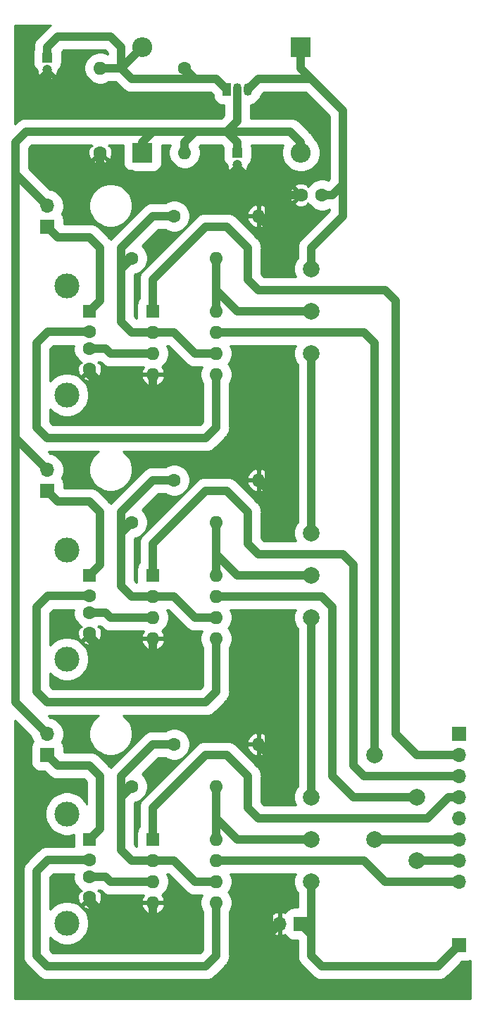
<source format=gbr>
%TF.GenerationSoftware,KiCad,Pcbnew,(5.1.6)-1*%
%TF.CreationDate,2020-12-26T22:01:20+01:00*%
%TF.ProjectId,measurestick,6d656173-7572-4657-9374-69636b2e6b69,rev?*%
%TF.SameCoordinates,PX3dc4fd0PY93c3260*%
%TF.FileFunction,Copper,L2,Bot*%
%TF.FilePolarity,Positive*%
%FSLAX46Y46*%
G04 Gerber Fmt 4.6, Leading zero omitted, Abs format (unit mm)*
G04 Created by KiCad (PCBNEW (5.1.6)-1) date 2020-12-26 22:01:20*
%MOMM*%
%LPD*%
G01*
G04 APERTURE LIST*
%TA.AperFunction,ComponentPad*%
%ADD10O,1.600000X1.600000*%
%TD*%
%TA.AperFunction,ComponentPad*%
%ADD11C,1.600000*%
%TD*%
%TA.AperFunction,ComponentPad*%
%ADD12R,1.600000X1.600000*%
%TD*%
%TA.AperFunction,ComponentPad*%
%ADD13R,1.500000X1.600000*%
%TD*%
%TA.AperFunction,ComponentPad*%
%ADD14C,3.000000*%
%TD*%
%TA.AperFunction,ComponentPad*%
%ADD15R,1.050000X1.500000*%
%TD*%
%TA.AperFunction,ComponentPad*%
%ADD16O,1.050000X1.500000*%
%TD*%
%TA.AperFunction,ComponentPad*%
%ADD17O,1.700000X1.700000*%
%TD*%
%TA.AperFunction,ComponentPad*%
%ADD18R,1.700000X1.700000*%
%TD*%
%TA.AperFunction,ComponentPad*%
%ADD19O,2.400000X2.400000*%
%TD*%
%TA.AperFunction,ComponentPad*%
%ADD20R,2.400000X2.400000*%
%TD*%
%TA.AperFunction,ComponentPad*%
%ADD21C,1.200000*%
%TD*%
%TA.AperFunction,ComponentPad*%
%ADD22R,1.200000X1.200000*%
%TD*%
%TA.AperFunction,ViaPad*%
%ADD23C,2.000000*%
%TD*%
%TA.AperFunction,Conductor*%
%ADD24C,1.000000*%
%TD*%
%TA.AperFunction,Conductor*%
%ADD25C,0.254000*%
%TD*%
G04 APERTURE END LIST*
D10*
%TO.P,R8,2*%
%TO.N,GND*%
X30480000Y95250000D03*
D11*
%TO.P,R8,1*%
%TO.N,/IN_Thres3*%
X20320000Y95250000D03*
%TD*%
D10*
%TO.P,R7,2*%
%TO.N,+5V*%
X25400000Y90170000D03*
D11*
%TO.P,R7,1*%
%TO.N,/IN_Thres3*%
X15240000Y90170000D03*
%TD*%
D10*
%TO.P,R6,2*%
%TO.N,GND*%
X30480000Y63500000D03*
D11*
%TO.P,R6,1*%
%TO.N,/IN_Thres2*%
X20320000Y63500000D03*
%TD*%
D10*
%TO.P,R5,2*%
%TO.N,+5V*%
X25400000Y58420000D03*
D11*
%TO.P,R5,1*%
%TO.N,/IN_Thres2*%
X15240000Y58420000D03*
%TD*%
D10*
%TO.P,IC3,8*%
%TO.N,+5V*%
X25400000Y83820000D03*
%TO.P,IC3,4*%
%TO.N,GND*%
X17780000Y76200000D03*
%TO.P,IC3,7*%
%TO.N,/PIN_D19*%
X25400000Y81280000D03*
%TO.P,IC3,3*%
%TO.N,/IN_Dat3*%
X17780000Y78740000D03*
%TO.P,IC3,6*%
%TO.N,/IN_Thres3*%
X25400000Y78740000D03*
%TO.P,IC3,2*%
X17780000Y81280000D03*
%TO.P,IC3,5*%
%TO.N,/IN_Clk3*%
X25400000Y76200000D03*
D12*
%TO.P,IC3,1*%
%TO.N,/PIN_D15*%
X17780000Y83820000D03*
%TD*%
D11*
%TO.P,J3,4*%
%TO.N,GND*%
X10160000Y76820000D03*
%TO.P,J3,3*%
%TO.N,/IN_Dat3*%
X10160000Y79320000D03*
%TO.P,J3,2*%
%TO.N,/IN_Clk3*%
X10160000Y81320000D03*
D13*
%TO.P,J3,1*%
%TO.N,Net-(J3-Pad1)*%
X10160000Y83820000D03*
D14*
%TO.P,J3,5*%
%TO.N,Net-(J3-Pad5)*%
X7450000Y73750000D03*
X7450000Y86890000D03*
%TD*%
D15*
%TO.P,U1,1*%
%TO.N,/VADJ*%
X26670000Y110490000D03*
D16*
%TO.P,U1,3*%
%TO.N,+5V*%
X29210000Y110490000D03*
%TO.P,U1,2*%
%TO.N,/1V7*%
X27940000Y110490000D03*
%TD*%
D10*
%TO.P,R4,2*%
%TO.N,/VADJ*%
X11430000Y113030000D03*
D11*
%TO.P,R4,1*%
%TO.N,GND*%
X11430000Y102870000D03*
%TD*%
D10*
%TO.P,R3,2*%
%TO.N,/1V7*%
X21590000Y102870000D03*
D11*
%TO.P,R3,1*%
%TO.N,/VADJ*%
X21590000Y113030000D03*
%TD*%
D10*
%TO.P,R2,2*%
%TO.N,GND*%
X30480000Y31750000D03*
D11*
%TO.P,R2,1*%
%TO.N,/IN_Thres1*%
X20320000Y31750000D03*
%TD*%
D10*
%TO.P,R1,2*%
%TO.N,+5V*%
X25400000Y26670000D03*
D11*
%TO.P,R1,1*%
%TO.N,/IN_Thres1*%
X15240000Y26670000D03*
%TD*%
D17*
%TO.P,JP3,2*%
%TO.N,/1V7*%
X5080000Y96520000D03*
D18*
%TO.P,JP3,1*%
%TO.N,Net-(J3-Pad1)*%
X5080000Y93980000D03*
%TD*%
D17*
%TO.P,JP2,2*%
%TO.N,/1V7*%
X5080000Y64770000D03*
D18*
%TO.P,JP2,1*%
%TO.N,Net-(J2-Pad1)*%
X5080000Y62230000D03*
%TD*%
D17*
%TO.P,JP1,2*%
%TO.N,/1V7*%
X5080000Y33020000D03*
D18*
%TO.P,JP1,1*%
%TO.N,Net-(J1-Pad1)*%
X5080000Y30480000D03*
%TD*%
%TO.P,J8,1*%
%TO.N,+5V*%
X54610000Y7620000D03*
%TD*%
D17*
%TO.P,J4,8*%
%TO.N,/PIN_D21*%
X54610000Y15240000D03*
%TO.P,J4,7*%
%TO.N,/PIN_D20*%
X54610000Y17780000D03*
%TO.P,J4,6*%
%TO.N,/PIN_D19*%
X54610000Y20320000D03*
%TO.P,J4,5*%
%TO.N,/PIN_D18*%
X54610000Y22860000D03*
%TO.P,J4,4*%
%TO.N,/PIN_D17*%
X54610000Y25400000D03*
%TO.P,J4,3*%
%TO.N,/PIN_D16*%
X54610000Y27940000D03*
%TO.P,J4,2*%
%TO.N,/PIN_D15*%
X54610000Y30480000D03*
D18*
%TO.P,J4,1*%
%TO.N,/PIN_D14*%
X54610000Y33020000D03*
%TD*%
D11*
%TO.P,J2,4*%
%TO.N,GND*%
X10160000Y45070000D03*
%TO.P,J2,3*%
%TO.N,/IN_Dat2*%
X10160000Y47570000D03*
%TO.P,J2,2*%
%TO.N,/IN_Clk2*%
X10160000Y49570000D03*
D13*
%TO.P,J2,1*%
%TO.N,Net-(J2-Pad1)*%
X10160000Y52070000D03*
D14*
%TO.P,J2,5*%
%TO.N,Net-(J2-Pad5)*%
X7450000Y42000000D03*
X7450000Y55140000D03*
%TD*%
D11*
%TO.P,J1,4*%
%TO.N,GND*%
X10160000Y13320000D03*
%TO.P,J1,3*%
%TO.N,/IN_Dat1*%
X10160000Y15820000D03*
%TO.P,J1,2*%
%TO.N,/IN_Clk1*%
X10160000Y17820000D03*
D13*
%TO.P,J1,1*%
%TO.N,Net-(J1-Pad1)*%
X10160000Y20320000D03*
D14*
%TO.P,J1,5*%
%TO.N,Net-(J1-Pad5)*%
X7450000Y10250000D03*
X7450000Y23390000D03*
%TD*%
D10*
%TO.P,IC2,8*%
%TO.N,+5V*%
X25400000Y52070000D03*
%TO.P,IC2,4*%
%TO.N,GND*%
X17780000Y44450000D03*
%TO.P,IC2,7*%
%TO.N,/PIN_D20*%
X25400000Y49530000D03*
%TO.P,IC2,3*%
%TO.N,/IN_Dat2*%
X17780000Y46990000D03*
%TO.P,IC2,6*%
%TO.N,/IN_Thres2*%
X25400000Y46990000D03*
%TO.P,IC2,2*%
X17780000Y49530000D03*
%TO.P,IC2,5*%
%TO.N,/IN_Clk2*%
X25400000Y44450000D03*
D12*
%TO.P,IC2,1*%
%TO.N,/PIN_D16*%
X17780000Y52070000D03*
%TD*%
D10*
%TO.P,IC1,8*%
%TO.N,+5V*%
X25400000Y20320000D03*
%TO.P,IC1,4*%
%TO.N,GND*%
X17780000Y12700000D03*
%TO.P,IC1,7*%
%TO.N,/PIN_D21*%
X25400000Y17780000D03*
%TO.P,IC1,3*%
%TO.N,/IN_Dat1*%
X17780000Y15240000D03*
%TO.P,IC1,6*%
%TO.N,/IN_Thres1*%
X25400000Y15240000D03*
%TO.P,IC1,2*%
X17780000Y17780000D03*
%TO.P,IC1,5*%
%TO.N,/IN_Clk1*%
X25400000Y12700000D03*
D12*
%TO.P,IC1,1*%
%TO.N,/PIN_D17*%
X17780000Y20320000D03*
%TD*%
D19*
%TO.P,D2,2*%
%TO.N,/VADJ*%
X16510000Y115570000D03*
D20*
%TO.P,D2,1*%
%TO.N,/1V7*%
X16510000Y102870000D03*
%TD*%
D19*
%TO.P,D1,2*%
%TO.N,/1V7*%
X35560000Y102870000D03*
D20*
%TO.P,D1,1*%
%TO.N,+5V*%
X35560000Y115570000D03*
%TD*%
D21*
%TO.P,C3,2*%
%TO.N,GND*%
X27940000Y101370000D03*
D22*
%TO.P,C3,1*%
%TO.N,/1V7*%
X27940000Y102870000D03*
%TD*%
D21*
%TO.P,C2,2*%
%TO.N,GND*%
X5080000Y112800000D03*
D22*
%TO.P,C2,1*%
%TO.N,/VADJ*%
X5080000Y114300000D03*
%TD*%
D11*
%TO.P,C1,2*%
%TO.N,GND*%
X35600000Y97790000D03*
%TO.P,C1,1*%
%TO.N,+5V*%
X38100000Y97790000D03*
%TD*%
D18*
%TO.P,J9,1*%
%TO.N,+5V*%
X35560000Y10160000D03*
D17*
%TO.P,J9,2*%
%TO.N,GND*%
X33020000Y10160000D03*
%TD*%
D23*
%TO.N,GND*%
X22860000Y71120000D03*
X27940000Y71120000D03*
X22860000Y39370000D03*
X27940000Y39370000D03*
X22860000Y7620000D03*
X27940000Y7620000D03*
X31750000Y88900000D03*
X31750000Y57150000D03*
X31750000Y46990000D03*
X31750000Y78740000D03*
X31750000Y25400000D03*
X31750000Y15240000D03*
X5080000Y107950000D03*
X5080000Y102870000D03*
%TO.N,+5V*%
X36830000Y57150000D03*
X36830000Y52070000D03*
X36830000Y46990000D03*
X36830000Y25400000D03*
X36830000Y20320000D03*
X36830000Y15240000D03*
X36830000Y78740000D03*
X36830000Y88900000D03*
X36830000Y83820000D03*
%TO.N,/PIN_D20*%
X49530000Y25400000D03*
X49530000Y17780000D03*
%TO.N,/PIN_D19*%
X44450000Y30480000D03*
X44450000Y20320000D03*
%TD*%
D24*
%TO.N,GND*%
X30480000Y39370000D02*
X31750000Y40640000D01*
X27940000Y39370000D02*
X30480000Y39370000D01*
X31750000Y41910000D02*
X31750000Y46990000D01*
X31750000Y41910000D02*
X31750000Y31750000D01*
X27940000Y71120000D02*
X30480000Y71120000D01*
X30480000Y71120000D02*
X31750000Y72390000D01*
X31750000Y93980000D02*
X30480000Y95250000D01*
X31750000Y88900000D02*
X31750000Y93980000D01*
X31750000Y30480000D02*
X30480000Y31750000D01*
X31750000Y31750000D02*
X31750000Y30480000D01*
X31750000Y62230000D02*
X30480000Y63500000D01*
X31750000Y62230000D02*
X31750000Y57150000D01*
X31750000Y78740000D02*
X31750000Y62230000D01*
X31750000Y30480000D02*
X31750000Y25400000D01*
X31750000Y25400000D02*
X31750000Y25400000D01*
X31750000Y8890000D02*
X30480000Y7620000D01*
X27940000Y7620000D02*
X30480000Y7620000D01*
X17780000Y12700000D02*
X17780000Y8890000D01*
X17780000Y8890000D02*
X19050000Y7620000D01*
X15240000Y7620000D02*
X19050000Y7620000D01*
X19050000Y7620000D02*
X22860000Y7620000D01*
X17780000Y44450000D02*
X17780000Y40640000D01*
X17780000Y40640000D02*
X19050000Y39370000D01*
X19050000Y39370000D02*
X22860000Y39370000D01*
X17780000Y76200000D02*
X17780000Y72390000D01*
X17780000Y72390000D02*
X19050000Y71120000D01*
X22860000Y71120000D02*
X15240000Y71120000D01*
X27940000Y101370000D02*
X27940000Y100330000D01*
X31750000Y95250000D02*
X31750000Y93980000D01*
X11430000Y101600000D02*
X12700000Y100330000D01*
X11430000Y101600000D02*
X11430000Y102870000D01*
X31750000Y96520000D02*
X33020000Y97790000D01*
X31750000Y96520000D02*
X31750000Y95250000D01*
X33020000Y97790000D02*
X35600000Y97790000D01*
X31750000Y15240000D02*
X31750000Y8890000D01*
X15240000Y39370000D02*
X19050000Y39370000D01*
X10160000Y45070000D02*
X10160000Y44450000D01*
X15240000Y39370000D02*
X10160000Y44450000D01*
X15240000Y71120000D02*
X10160000Y76200000D01*
X10160000Y76200000D02*
X10160000Y76820000D01*
X15240000Y7620000D02*
X10160000Y12700000D01*
X10160000Y12700000D02*
X10160000Y13320000D01*
X31750000Y8890000D02*
X33020000Y10160000D01*
X5080000Y107950000D02*
X5080000Y112800000D01*
X6350000Y100330000D02*
X15240000Y100330000D01*
X31750000Y97790000D02*
X31750000Y96520000D01*
X5080000Y101600000D02*
X6350000Y100330000D01*
X15240000Y100330000D02*
X16510000Y99060000D01*
X16510000Y99060000D02*
X30480000Y99060000D01*
X30480000Y99060000D02*
X31750000Y97790000D01*
X5080000Y101600000D02*
X5080000Y102870000D01*
X27940000Y100330000D02*
X29210000Y99060000D01*
%TO.N,+5V*%
X27940000Y83820000D02*
X26670000Y85090000D01*
X26670000Y85090000D02*
X25400000Y86360000D01*
X25400000Y86360000D02*
X25400000Y90170000D01*
X25400000Y54610000D02*
X25400000Y58420000D01*
X25400000Y22860000D02*
X25400000Y26670000D01*
X27940000Y83820000D02*
X34290000Y83820000D01*
X25400000Y86360000D02*
X25400000Y83820000D01*
X25400000Y54610000D02*
X25400000Y52070000D01*
X25400000Y22860000D02*
X25400000Y20320000D01*
X36830000Y57150000D02*
X36830000Y57150000D01*
X36830000Y46990000D02*
X36830000Y25400000D01*
X36830000Y25400000D02*
X36830000Y25400000D01*
X27940000Y20320000D02*
X36830000Y20320000D01*
X25400000Y22860000D02*
X27940000Y20320000D01*
X29210000Y52070000D02*
X36830000Y52070000D01*
X25400000Y54610000D02*
X27940000Y52070000D01*
X27940000Y52070000D02*
X29210000Y52070000D01*
X36830000Y57150000D02*
X36830000Y78740000D01*
X36830000Y78740000D02*
X36830000Y78740000D01*
X34290000Y83820000D02*
X36830000Y83820000D01*
X36830000Y83820000D02*
X36830000Y83820000D01*
X38100000Y110490000D02*
X35560000Y113030000D01*
X35560000Y113030000D02*
X35560000Y115570000D01*
X40640000Y107950000D02*
X38100000Y110490000D01*
X36830000Y88900000D02*
X36830000Y91440000D01*
X36830000Y91440000D02*
X40640000Y95250000D01*
X38100000Y97790000D02*
X39370000Y97790000D01*
X39370000Y97790000D02*
X40640000Y99060000D01*
X40640000Y95250000D02*
X40640000Y99060000D01*
X40640000Y99060000D02*
X40640000Y107950000D01*
X30480000Y111760000D02*
X36830000Y111760000D01*
X30480000Y111760000D02*
X29210000Y110490000D01*
X54610000Y7620000D02*
X52070000Y5080000D01*
X52070000Y5080000D02*
X38100000Y5080000D01*
X38100000Y5080000D02*
X36830000Y6350000D01*
X36830000Y8890000D02*
X36830000Y6350000D01*
X36830000Y8890000D02*
X35560000Y10160000D01*
X36830000Y15240000D02*
X36830000Y8890000D01*
%TO.N,/1V7*%
X13970000Y105410000D02*
X10160000Y105410000D01*
X21590000Y104140000D02*
X22860000Y105410000D01*
X21590000Y102870000D02*
X21590000Y104140000D01*
X22860000Y105410000D02*
X19050000Y105410000D01*
X19050000Y105410000D02*
X13970000Y105410000D01*
X16510000Y102870000D02*
X16510000Y104140000D01*
X16510000Y104140000D02*
X17780000Y105410000D01*
X10160000Y105410000D02*
X2540000Y105410000D01*
X2540000Y105410000D02*
X1270000Y104140000D01*
X27940000Y110490000D02*
X27940000Y106680000D01*
X27940000Y106680000D02*
X26670000Y105410000D01*
X26670000Y105410000D02*
X22860000Y105410000D01*
X27940000Y102870000D02*
X27940000Y104140000D01*
X27940000Y104140000D02*
X26670000Y105410000D01*
X26670000Y105410000D02*
X34290000Y105410000D01*
X34290000Y105410000D02*
X35560000Y104140000D01*
X35560000Y104140000D02*
X35560000Y102870000D01*
X3810000Y66040000D02*
X5080000Y64770000D01*
X1270000Y68580000D02*
X3810000Y66040000D01*
X1270000Y36830000D02*
X5080000Y33020000D01*
X1270000Y97790000D02*
X1270000Y36830000D01*
X1270000Y104140000D02*
X1270000Y100330000D01*
X5080000Y96520000D02*
X1270000Y100330000D01*
X1270000Y100330000D02*
X1270000Y97790000D01*
%TO.N,/PIN_D21*%
X54610000Y15240000D02*
X45720000Y15240000D01*
X43180000Y17780000D02*
X25400000Y17780000D01*
X45720000Y15240000D02*
X43180000Y17780000D01*
%TO.N,/PIN_D17*%
X50800000Y22860000D02*
X53340000Y25400000D01*
X29210000Y24130000D02*
X30480000Y22860000D01*
X17780000Y24130000D02*
X24130000Y30480000D01*
X24130000Y30480000D02*
X26670000Y30480000D01*
X30480000Y22860000D02*
X50800000Y22860000D01*
X17780000Y20320000D02*
X17780000Y24130000D01*
X29210000Y27940000D02*
X29210000Y24130000D01*
X53340000Y25400000D02*
X54610000Y25400000D01*
X26670000Y30480000D02*
X29210000Y27940000D01*
%TO.N,/PIN_D20*%
X38100000Y49530000D02*
X25400000Y49530000D01*
X39370000Y48260000D02*
X38100000Y49530000D01*
X39370000Y27940000D02*
X39370000Y48260000D01*
X41910000Y25400000D02*
X39370000Y27940000D01*
X53340000Y17780000D02*
X54610000Y17780000D01*
X49530000Y17780000D02*
X53340000Y17780000D01*
X49530000Y25400000D02*
X41910000Y25400000D01*
%TO.N,/PIN_D16*%
X29210000Y55880000D02*
X30480000Y54610000D01*
X17780000Y55880000D02*
X24130000Y62230000D01*
X17780000Y52070000D02*
X17780000Y55880000D01*
X24130000Y62230000D02*
X26670000Y62230000D01*
X29210000Y55880000D02*
X30480000Y54610000D01*
X26670000Y62230000D02*
X29210000Y59690000D01*
X29210000Y59690000D02*
X29210000Y55880000D01*
X54610000Y27940000D02*
X43180000Y27940000D01*
X43180000Y27940000D02*
X41910000Y29210000D01*
X41910000Y29210000D02*
X41910000Y35560000D01*
X41910000Y35560000D02*
X41910000Y53340000D01*
X41910000Y53340000D02*
X40640000Y54610000D01*
X40640000Y54610000D02*
X30480000Y54610000D01*
%TO.N,/PIN_D19*%
X44450000Y20320000D02*
X46990000Y20320000D01*
X46990000Y20320000D02*
X54610000Y20320000D01*
X43180000Y81280000D02*
X25400000Y81280000D01*
X44450000Y30480000D02*
X44450000Y80010000D01*
X44450000Y80010000D02*
X43180000Y81280000D01*
%TO.N,/PIN_D15*%
X17780000Y83820000D02*
X17780000Y85090000D01*
X17780000Y87630000D02*
X17780000Y83820000D01*
X30480000Y86360000D02*
X29210000Y87630000D01*
X29210000Y87630000D02*
X29210000Y91440000D01*
X45720000Y86360000D02*
X30480000Y86360000D01*
X26670000Y93980000D02*
X24130000Y93980000D01*
X24130000Y93980000D02*
X17780000Y87630000D01*
X29210000Y91440000D02*
X26670000Y93980000D01*
X46990000Y33020000D02*
X46990000Y85090000D01*
X54610000Y30480000D02*
X49530000Y30480000D01*
X49530000Y30480000D02*
X46990000Y33020000D01*
X45720000Y86360000D02*
X46990000Y85090000D01*
%TO.N,Net-(J1-Pad1)*%
X10160000Y29210000D02*
X11430000Y27940000D01*
X10160000Y29210000D02*
X6350000Y29210000D01*
X6350000Y29210000D02*
X5080000Y30480000D01*
X11430000Y21590000D02*
X10160000Y20320000D01*
X11430000Y27940000D02*
X11430000Y21590000D01*
%TO.N,Net-(J2-Pad1)*%
X11430000Y53340000D02*
X10160000Y52070000D01*
X5080000Y62230000D02*
X6350000Y60960000D01*
X11430000Y59690000D02*
X11430000Y53340000D01*
X6350000Y60960000D02*
X10160000Y60960000D01*
X10160000Y60960000D02*
X11430000Y59690000D01*
%TO.N,Net-(J3-Pad1)*%
X11430000Y85090000D02*
X10160000Y83820000D01*
X11430000Y91440000D02*
X11430000Y85090000D01*
X5080000Y93980000D02*
X6350000Y92710000D01*
X6350000Y92710000D02*
X10160000Y92710000D01*
X10160000Y92710000D02*
X11430000Y91440000D01*
%TO.N,/IN_Dat1*%
X10160000Y15820000D02*
X12120000Y15820000D01*
X12120000Y15820000D02*
X12700000Y15240000D01*
X12700000Y15240000D02*
X17780000Y15240000D01*
%TO.N,/IN_Thres1*%
X17780000Y17780000D02*
X20320000Y17780000D01*
X22860000Y15240000D02*
X25400000Y15240000D01*
X20320000Y17780000D02*
X22860000Y15240000D01*
X17780000Y17780000D02*
X15240000Y17780000D01*
X15240000Y17780000D02*
X13970000Y19050000D01*
X13970000Y19050000D02*
X13970000Y25400000D01*
X13970000Y25400000D02*
X15240000Y26670000D01*
X17780000Y31750000D02*
X20320000Y31750000D01*
X13970000Y25400000D02*
X13970000Y27940000D01*
X13970000Y27940000D02*
X17780000Y31750000D01*
%TO.N,/IN_Clk1*%
X25400000Y12700000D02*
X25400000Y6350000D01*
X25400000Y6350000D02*
X24130000Y5080000D01*
X5080000Y5080000D02*
X24130000Y5080000D01*
X3810000Y6350000D02*
X5080000Y5080000D01*
X3810000Y16510000D02*
X3810000Y6350000D01*
X10160000Y17820000D02*
X5120000Y17820000D01*
X5120000Y17820000D02*
X3810000Y16510000D01*
%TO.N,/IN_Dat2*%
X10160000Y47570000D02*
X12120000Y47570000D01*
X12120000Y47570000D02*
X12700000Y46990000D01*
X12700000Y46990000D02*
X17780000Y46990000D01*
%TO.N,/IN_Thres2*%
X17780000Y49530000D02*
X20320000Y49530000D01*
X20320000Y49530000D02*
X22860000Y46990000D01*
X22860000Y46990000D02*
X25400000Y46990000D01*
X13970000Y57150000D02*
X15240000Y58420000D01*
X17780000Y63500000D02*
X20320000Y63500000D01*
X13970000Y50800000D02*
X13970000Y59690000D01*
X17780000Y49530000D02*
X15240000Y49530000D01*
X13970000Y59690000D02*
X17780000Y63500000D01*
X15240000Y49530000D02*
X13970000Y50800000D01*
%TO.N,/IN_Clk2*%
X25400000Y44450000D02*
X25400000Y38100000D01*
X5080000Y36830000D02*
X24130000Y36830000D01*
X3810000Y48260000D02*
X3810000Y38100000D01*
X3810000Y38100000D02*
X5080000Y36830000D01*
X10160000Y49570000D02*
X5120000Y49570000D01*
X5120000Y49570000D02*
X3810000Y48260000D01*
X24130000Y36830000D02*
X25400000Y38100000D01*
%TO.N,/IN_Dat3*%
X10160000Y79320000D02*
X12120000Y79320000D01*
X12120000Y79320000D02*
X12700000Y78740000D01*
X12700000Y78740000D02*
X17780000Y78740000D01*
%TO.N,/IN_Thres3*%
X17780000Y81280000D02*
X20320000Y81280000D01*
X22860000Y78740000D02*
X25400000Y78740000D01*
X20320000Y81280000D02*
X22860000Y78740000D01*
X17780000Y81280000D02*
X15240000Y81280000D01*
X15240000Y81280000D02*
X13970000Y82550000D01*
X13970000Y82550000D02*
X13970000Y88900000D01*
X13970000Y88900000D02*
X15240000Y90170000D01*
X13970000Y88900000D02*
X13970000Y91440000D01*
X17780000Y95250000D02*
X20320000Y95250000D01*
X13970000Y91440000D02*
X17780000Y95250000D01*
%TO.N,/IN_Clk3*%
X24130000Y68580000D02*
X5080000Y68580000D01*
X5080000Y68580000D02*
X3810000Y69850000D01*
X24130000Y68580000D02*
X25400000Y69850000D01*
X25400000Y69850000D02*
X25400000Y76200000D01*
X5120000Y81320000D02*
X10160000Y81320000D01*
X3810000Y69850000D02*
X3810000Y80010000D01*
X3810000Y80010000D02*
X5120000Y81320000D01*
%TO.N,/VADJ*%
X12700000Y113030000D02*
X11430000Y113030000D01*
X13970000Y113030000D02*
X16510000Y115570000D01*
X6350000Y116840000D02*
X12700000Y116840000D01*
X5080000Y114300000D02*
X5080000Y115570000D01*
X12700000Y116840000D02*
X13970000Y115570000D01*
X5080000Y115570000D02*
X6350000Y116840000D01*
X13970000Y113030000D02*
X13970000Y115570000D01*
X22860000Y111760000D02*
X21590000Y113030000D01*
X22860000Y111760000D02*
X25400000Y111760000D01*
X16510000Y111760000D02*
X22860000Y111760000D01*
X25400000Y111760000D02*
X26670000Y110490000D01*
X15240000Y111760000D02*
X16510000Y111760000D01*
X15240000Y111760000D02*
X13970000Y113030000D01*
X13970000Y113030000D02*
X12700000Y113030000D01*
%TD*%
D25*
%TO.N,GND*%
G36*
X3135082Y32663993D02*
G01*
X3178975Y32443330D01*
X3328005Y32083539D01*
X3356042Y32041579D01*
X3288400Y31959157D01*
X3183750Y31763371D01*
X3119307Y31550931D01*
X3097547Y31330000D01*
X3097547Y29630000D01*
X3119307Y29409069D01*
X3183750Y29196629D01*
X3288400Y29000843D01*
X3429235Y28829235D01*
X3600843Y28688400D01*
X3796629Y28583750D01*
X4009069Y28519307D01*
X4230000Y28497547D01*
X4761527Y28497547D01*
X5143025Y28116049D01*
X5193971Y28053971D01*
X5256049Y28003025D01*
X5256052Y28003022D01*
X5332844Y27940001D01*
X5441714Y27850654D01*
X5724362Y27699575D01*
X6031052Y27606542D01*
X6270075Y27583000D01*
X6270085Y27583000D01*
X6349999Y27575129D01*
X6429914Y27583000D01*
X9486075Y27583000D01*
X9803000Y27266074D01*
X9803001Y24574036D01*
X9778017Y24634351D01*
X9490524Y25064615D01*
X9124615Y25430524D01*
X8694351Y25718017D01*
X8216268Y25916046D01*
X7708737Y26017000D01*
X7191263Y26017000D01*
X6683732Y25916046D01*
X6205649Y25718017D01*
X5775385Y25430524D01*
X5409476Y25064615D01*
X5121983Y24634351D01*
X4923954Y24156268D01*
X4823000Y23648737D01*
X4823000Y23131263D01*
X4923954Y22623732D01*
X5121983Y22145649D01*
X5409476Y21715385D01*
X5775385Y21349476D01*
X6205649Y21061983D01*
X6683732Y20863954D01*
X7191263Y20763000D01*
X7708737Y20763000D01*
X8216268Y20863954D01*
X8277547Y20889337D01*
X8277547Y19520000D01*
X8284737Y19447000D01*
X5199925Y19447000D01*
X5120000Y19454872D01*
X5040075Y19447000D01*
X4801052Y19423458D01*
X4494362Y19330425D01*
X4211714Y19179346D01*
X4026052Y19026978D01*
X4026049Y19026975D01*
X3963971Y18976029D01*
X3913025Y18913951D01*
X2716054Y17716979D01*
X2653971Y17666029D01*
X2450654Y17418285D01*
X2299575Y17135637D01*
X2206542Y16828947D01*
X2183000Y16589924D01*
X2183000Y16589914D01*
X2175129Y16510000D01*
X2183000Y16430085D01*
X2183001Y6429924D01*
X2175129Y6350000D01*
X2206543Y6031053D01*
X2299576Y5724362D01*
X2450654Y5441715D01*
X2603022Y5256053D01*
X2603026Y5256049D01*
X2653972Y5193971D01*
X2716049Y5143025D01*
X3873025Y3986049D01*
X3923971Y3923971D01*
X3986049Y3873025D01*
X3986052Y3873022D01*
X4171714Y3720654D01*
X4454362Y3569575D01*
X4761052Y3476542D01*
X5000075Y3453000D01*
X5000085Y3453000D01*
X5079999Y3445129D01*
X5159914Y3453000D01*
X24050086Y3453000D01*
X24130000Y3445129D01*
X24209914Y3453000D01*
X24209925Y3453000D01*
X24448948Y3476542D01*
X24755638Y3569575D01*
X25038286Y3720654D01*
X25286029Y3923971D01*
X25336979Y3986054D01*
X26493951Y5143025D01*
X26556029Y5193971D01*
X26606975Y5256049D01*
X26606978Y5256052D01*
X26759346Y5441714D01*
X26910424Y5724360D01*
X26941984Y5828400D01*
X27003458Y6031052D01*
X27027000Y6270075D01*
X27027000Y6270085D01*
X27034871Y6349999D01*
X27027000Y6429914D01*
X27027000Y9803109D01*
X31578519Y9803109D01*
X31675843Y9528748D01*
X31824822Y9278645D01*
X32019731Y9062412D01*
X32253080Y8888359D01*
X32515901Y8763175D01*
X32663110Y8718524D01*
X32893000Y8839845D01*
X32893000Y10033000D01*
X31699186Y10033000D01*
X31578519Y9803109D01*
X27027000Y9803109D01*
X27027000Y10516891D01*
X31578519Y10516891D01*
X31699186Y10287000D01*
X32893000Y10287000D01*
X32893000Y11480155D01*
X32663110Y11601476D01*
X32515901Y11556825D01*
X32253080Y11431641D01*
X32019731Y11257588D01*
X31824822Y11041355D01*
X31675843Y10791252D01*
X31578519Y10516891D01*
X27027000Y10516891D01*
X27027000Y11666469D01*
X27107685Y11787223D01*
X27252947Y12137915D01*
X27327000Y12510207D01*
X27327000Y12889793D01*
X27252947Y13262085D01*
X27107685Y13612777D01*
X26896799Y13928391D01*
X26855190Y13970000D01*
X26896799Y14011609D01*
X27107685Y14327223D01*
X27252947Y14677915D01*
X27327000Y15050207D01*
X27327000Y15429793D01*
X27252947Y15802085D01*
X27107685Y16152777D01*
X27107536Y16153000D01*
X34905929Y16153000D01*
X34784739Y15860423D01*
X34703000Y15449491D01*
X34703000Y15030509D01*
X34784739Y14619577D01*
X34945077Y14232488D01*
X35177851Y13884116D01*
X35203000Y13858967D01*
X35203000Y12142453D01*
X34710000Y12142453D01*
X34489069Y12120693D01*
X34276629Y12056250D01*
X34080843Y11951600D01*
X33909235Y11810765D01*
X33768400Y11639157D01*
X33683747Y11480783D01*
X33524099Y11556825D01*
X33376890Y11601476D01*
X33147000Y11480155D01*
X33147000Y10287000D01*
X33167000Y10287000D01*
X33167000Y10033000D01*
X33147000Y10033000D01*
X33147000Y8839845D01*
X33376890Y8718524D01*
X33524099Y8763175D01*
X33683747Y8839217D01*
X33768400Y8680843D01*
X33909235Y8509235D01*
X34080843Y8368400D01*
X34276629Y8263750D01*
X34489069Y8199307D01*
X34710000Y8177547D01*
X35203000Y8177547D01*
X35203001Y6429924D01*
X35195129Y6350000D01*
X35226543Y6031053D01*
X35319576Y5724362D01*
X35470654Y5441715D01*
X35623022Y5256053D01*
X35623026Y5256049D01*
X35673972Y5193971D01*
X35736049Y5143025D01*
X36893025Y3986049D01*
X36943971Y3923971D01*
X37006049Y3873025D01*
X37006052Y3873022D01*
X37191714Y3720654D01*
X37474362Y3569575D01*
X37781052Y3476542D01*
X38020075Y3453000D01*
X38020085Y3453000D01*
X38099999Y3445129D01*
X38179914Y3453000D01*
X51990086Y3453000D01*
X52070000Y3445129D01*
X52149914Y3453000D01*
X52149925Y3453000D01*
X52388948Y3476542D01*
X52695638Y3569575D01*
X52978286Y3720654D01*
X53226029Y3923971D01*
X53276980Y3986055D01*
X54928472Y5637547D01*
X55460000Y5637547D01*
X55680931Y5659307D01*
X55893371Y5723750D01*
X55973001Y5766313D01*
X55973001Y1177000D01*
X1177000Y1177000D01*
X1177000Y34622075D01*
X3135082Y32663993D01*
G37*
X3135082Y32663993D02*
X3178975Y32443330D01*
X3328005Y32083539D01*
X3356042Y32041579D01*
X3288400Y31959157D01*
X3183750Y31763371D01*
X3119307Y31550931D01*
X3097547Y31330000D01*
X3097547Y29630000D01*
X3119307Y29409069D01*
X3183750Y29196629D01*
X3288400Y29000843D01*
X3429235Y28829235D01*
X3600843Y28688400D01*
X3796629Y28583750D01*
X4009069Y28519307D01*
X4230000Y28497547D01*
X4761527Y28497547D01*
X5143025Y28116049D01*
X5193971Y28053971D01*
X5256049Y28003025D01*
X5256052Y28003022D01*
X5332844Y27940001D01*
X5441714Y27850654D01*
X5724362Y27699575D01*
X6031052Y27606542D01*
X6270075Y27583000D01*
X6270085Y27583000D01*
X6349999Y27575129D01*
X6429914Y27583000D01*
X9486075Y27583000D01*
X9803000Y27266074D01*
X9803001Y24574036D01*
X9778017Y24634351D01*
X9490524Y25064615D01*
X9124615Y25430524D01*
X8694351Y25718017D01*
X8216268Y25916046D01*
X7708737Y26017000D01*
X7191263Y26017000D01*
X6683732Y25916046D01*
X6205649Y25718017D01*
X5775385Y25430524D01*
X5409476Y25064615D01*
X5121983Y24634351D01*
X4923954Y24156268D01*
X4823000Y23648737D01*
X4823000Y23131263D01*
X4923954Y22623732D01*
X5121983Y22145649D01*
X5409476Y21715385D01*
X5775385Y21349476D01*
X6205649Y21061983D01*
X6683732Y20863954D01*
X7191263Y20763000D01*
X7708737Y20763000D01*
X8216268Y20863954D01*
X8277547Y20889337D01*
X8277547Y19520000D01*
X8284737Y19447000D01*
X5199925Y19447000D01*
X5120000Y19454872D01*
X5040075Y19447000D01*
X4801052Y19423458D01*
X4494362Y19330425D01*
X4211714Y19179346D01*
X4026052Y19026978D01*
X4026049Y19026975D01*
X3963971Y18976029D01*
X3913025Y18913951D01*
X2716054Y17716979D01*
X2653971Y17666029D01*
X2450654Y17418285D01*
X2299575Y17135637D01*
X2206542Y16828947D01*
X2183000Y16589924D01*
X2183000Y16589914D01*
X2175129Y16510000D01*
X2183000Y16430085D01*
X2183001Y6429924D01*
X2175129Y6350000D01*
X2206543Y6031053D01*
X2299576Y5724362D01*
X2450654Y5441715D01*
X2603022Y5256053D01*
X2603026Y5256049D01*
X2653972Y5193971D01*
X2716049Y5143025D01*
X3873025Y3986049D01*
X3923971Y3923971D01*
X3986049Y3873025D01*
X3986052Y3873022D01*
X4171714Y3720654D01*
X4454362Y3569575D01*
X4761052Y3476542D01*
X5000075Y3453000D01*
X5000085Y3453000D01*
X5079999Y3445129D01*
X5159914Y3453000D01*
X24050086Y3453000D01*
X24130000Y3445129D01*
X24209914Y3453000D01*
X24209925Y3453000D01*
X24448948Y3476542D01*
X24755638Y3569575D01*
X25038286Y3720654D01*
X25286029Y3923971D01*
X25336979Y3986054D01*
X26493951Y5143025D01*
X26556029Y5193971D01*
X26606975Y5256049D01*
X26606978Y5256052D01*
X26759346Y5441714D01*
X26910424Y5724360D01*
X26941984Y5828400D01*
X27003458Y6031052D01*
X27027000Y6270075D01*
X27027000Y6270085D01*
X27034871Y6349999D01*
X27027000Y6429914D01*
X27027000Y9803109D01*
X31578519Y9803109D01*
X31675843Y9528748D01*
X31824822Y9278645D01*
X32019731Y9062412D01*
X32253080Y8888359D01*
X32515901Y8763175D01*
X32663110Y8718524D01*
X32893000Y8839845D01*
X32893000Y10033000D01*
X31699186Y10033000D01*
X31578519Y9803109D01*
X27027000Y9803109D01*
X27027000Y10516891D01*
X31578519Y10516891D01*
X31699186Y10287000D01*
X32893000Y10287000D01*
X32893000Y11480155D01*
X32663110Y11601476D01*
X32515901Y11556825D01*
X32253080Y11431641D01*
X32019731Y11257588D01*
X31824822Y11041355D01*
X31675843Y10791252D01*
X31578519Y10516891D01*
X27027000Y10516891D01*
X27027000Y11666469D01*
X27107685Y11787223D01*
X27252947Y12137915D01*
X27327000Y12510207D01*
X27327000Y12889793D01*
X27252947Y13262085D01*
X27107685Y13612777D01*
X26896799Y13928391D01*
X26855190Y13970000D01*
X26896799Y14011609D01*
X27107685Y14327223D01*
X27252947Y14677915D01*
X27327000Y15050207D01*
X27327000Y15429793D01*
X27252947Y15802085D01*
X27107685Y16152777D01*
X27107536Y16153000D01*
X34905929Y16153000D01*
X34784739Y15860423D01*
X34703000Y15449491D01*
X34703000Y15030509D01*
X34784739Y14619577D01*
X34945077Y14232488D01*
X35177851Y13884116D01*
X35203000Y13858967D01*
X35203000Y12142453D01*
X34710000Y12142453D01*
X34489069Y12120693D01*
X34276629Y12056250D01*
X34080843Y11951600D01*
X33909235Y11810765D01*
X33768400Y11639157D01*
X33683747Y11480783D01*
X33524099Y11556825D01*
X33376890Y11601476D01*
X33147000Y11480155D01*
X33147000Y10287000D01*
X33167000Y10287000D01*
X33167000Y10033000D01*
X33147000Y10033000D01*
X33147000Y8839845D01*
X33376890Y8718524D01*
X33524099Y8763175D01*
X33683747Y8839217D01*
X33768400Y8680843D01*
X33909235Y8509235D01*
X34080843Y8368400D01*
X34276629Y8263750D01*
X34489069Y8199307D01*
X34710000Y8177547D01*
X35203000Y8177547D01*
X35203001Y6429924D01*
X35195129Y6350000D01*
X35226543Y6031053D01*
X35319576Y5724362D01*
X35470654Y5441715D01*
X35623022Y5256053D01*
X35623026Y5256049D01*
X35673972Y5193971D01*
X35736049Y5143025D01*
X36893025Y3986049D01*
X36943971Y3923971D01*
X37006049Y3873025D01*
X37006052Y3873022D01*
X37191714Y3720654D01*
X37474362Y3569575D01*
X37781052Y3476542D01*
X38020075Y3453000D01*
X38020085Y3453000D01*
X38099999Y3445129D01*
X38179914Y3453000D01*
X51990086Y3453000D01*
X52070000Y3445129D01*
X52149914Y3453000D01*
X52149925Y3453000D01*
X52388948Y3476542D01*
X52695638Y3569575D01*
X52978286Y3720654D01*
X53226029Y3923971D01*
X53276980Y3986055D01*
X54928472Y5637547D01*
X55460000Y5637547D01*
X55680931Y5659307D01*
X55893371Y5723750D01*
X55973001Y5766313D01*
X55973001Y1177000D01*
X1177000Y1177000D01*
X1177000Y34622075D01*
X3135082Y32663993D01*
G36*
X8233000Y16009793D02*
G01*
X8233000Y15630207D01*
X8307053Y15257915D01*
X8452315Y14907223D01*
X8663201Y14591609D01*
X8931609Y14323201D01*
X9068980Y14231413D01*
X9167296Y14133097D01*
X8923329Y14061514D01*
X8802429Y13806004D01*
X8733700Y13531816D01*
X8719783Y13249488D01*
X8761213Y12969870D01*
X8856397Y12703708D01*
X8923329Y12578486D01*
X9167298Y12506903D01*
X9980395Y13320000D01*
X9966253Y13334142D01*
X10145858Y13513747D01*
X10160000Y13499605D01*
X10174143Y13513747D01*
X10353748Y13334142D01*
X10339605Y13320000D01*
X11152702Y12506903D01*
X11396671Y12578486D01*
X11517571Y12833996D01*
X11586300Y13108184D01*
X11600217Y13390512D01*
X11558787Y13670130D01*
X11463603Y13936292D01*
X11396671Y14061514D01*
X11152704Y14133097D01*
X11212607Y14193000D01*
X11446075Y14193000D01*
X11493020Y14146055D01*
X11543971Y14083971D01*
X11791714Y13880654D01*
X12074362Y13729575D01*
X12381052Y13636542D01*
X12620075Y13613000D01*
X12620083Y13613000D01*
X12700000Y13605129D01*
X12779917Y13613000D01*
X16679112Y13613000D01*
X16548963Y13437420D01*
X16428754Y13183087D01*
X16388096Y13049039D01*
X16510085Y12827000D01*
X17653000Y12827000D01*
X17653000Y12847000D01*
X17907000Y12847000D01*
X17907000Y12827000D01*
X19049915Y12827000D01*
X19171904Y13049039D01*
X19131246Y13183087D01*
X19011037Y13437420D01*
X18858577Y13643099D01*
X19008391Y13743201D01*
X19276799Y14011609D01*
X19487685Y14327223D01*
X19632947Y14677915D01*
X19707000Y15050207D01*
X19707000Y15429793D01*
X19632947Y15802085D01*
X19487685Y16152777D01*
X19487536Y16153000D01*
X19646075Y16153000D01*
X21653020Y14146055D01*
X21703971Y14083971D01*
X21830982Y13979736D01*
X21951713Y13880654D01*
X22234360Y13729576D01*
X22234362Y13729575D01*
X22541052Y13636542D01*
X22780075Y13613000D01*
X22780085Y13613000D01*
X22859999Y13605129D01*
X22939914Y13613000D01*
X23692464Y13613000D01*
X23692315Y13612777D01*
X23547053Y13262085D01*
X23473000Y12889793D01*
X23473000Y12510207D01*
X23547053Y12137915D01*
X23692315Y11787223D01*
X23773000Y11666469D01*
X23773001Y7023926D01*
X23456075Y6707000D01*
X5753926Y6707000D01*
X5437000Y7023925D01*
X5437000Y8547861D01*
X5775385Y8209476D01*
X6205649Y7921983D01*
X6683732Y7723954D01*
X7191263Y7623000D01*
X7708737Y7623000D01*
X8216268Y7723954D01*
X8694351Y7921983D01*
X9124615Y8209476D01*
X9490524Y8575385D01*
X9778017Y9005649D01*
X9976046Y9483732D01*
X10077000Y9991263D01*
X10077000Y10508737D01*
X9976046Y11016268D01*
X9778017Y11494351D01*
X9490524Y11924615D01*
X9124615Y12290524D01*
X9069579Y12327298D01*
X9346903Y12327298D01*
X9418486Y12083329D01*
X9673996Y11962429D01*
X9948184Y11893700D01*
X10230512Y11879783D01*
X10510130Y11921213D01*
X10776292Y12016397D01*
X10901514Y12083329D01*
X10973097Y12327298D01*
X10949434Y12350961D01*
X16388096Y12350961D01*
X16428754Y12216913D01*
X16548963Y11962580D01*
X16716481Y11736586D01*
X16924869Y11547615D01*
X17166119Y11402930D01*
X17430960Y11308091D01*
X17653000Y11429376D01*
X17653000Y12573000D01*
X17907000Y12573000D01*
X17907000Y11429376D01*
X18129040Y11308091D01*
X18393881Y11402930D01*
X18635131Y11547615D01*
X18843519Y11736586D01*
X19011037Y11962580D01*
X19131246Y12216913D01*
X19171904Y12350961D01*
X19049915Y12573000D01*
X17907000Y12573000D01*
X17653000Y12573000D01*
X16510085Y12573000D01*
X16388096Y12350961D01*
X10949434Y12350961D01*
X10160000Y13140395D01*
X9346903Y12327298D01*
X9069579Y12327298D01*
X8694351Y12578017D01*
X8216268Y12776046D01*
X7708737Y12877000D01*
X7191263Y12877000D01*
X6683732Y12776046D01*
X6205649Y12578017D01*
X5775385Y12290524D01*
X5437000Y11952139D01*
X5437000Y15836075D01*
X5793926Y16193000D01*
X8269442Y16193000D01*
X8233000Y16009793D01*
G37*
X8233000Y16009793D02*
X8233000Y15630207D01*
X8307053Y15257915D01*
X8452315Y14907223D01*
X8663201Y14591609D01*
X8931609Y14323201D01*
X9068980Y14231413D01*
X9167296Y14133097D01*
X8923329Y14061514D01*
X8802429Y13806004D01*
X8733700Y13531816D01*
X8719783Y13249488D01*
X8761213Y12969870D01*
X8856397Y12703708D01*
X8923329Y12578486D01*
X9167298Y12506903D01*
X9980395Y13320000D01*
X9966253Y13334142D01*
X10145858Y13513747D01*
X10160000Y13499605D01*
X10174143Y13513747D01*
X10353748Y13334142D01*
X10339605Y13320000D01*
X11152702Y12506903D01*
X11396671Y12578486D01*
X11517571Y12833996D01*
X11586300Y13108184D01*
X11600217Y13390512D01*
X11558787Y13670130D01*
X11463603Y13936292D01*
X11396671Y14061514D01*
X11152704Y14133097D01*
X11212607Y14193000D01*
X11446075Y14193000D01*
X11493020Y14146055D01*
X11543971Y14083971D01*
X11791714Y13880654D01*
X12074362Y13729575D01*
X12381052Y13636542D01*
X12620075Y13613000D01*
X12620083Y13613000D01*
X12700000Y13605129D01*
X12779917Y13613000D01*
X16679112Y13613000D01*
X16548963Y13437420D01*
X16428754Y13183087D01*
X16388096Y13049039D01*
X16510085Y12827000D01*
X17653000Y12827000D01*
X17653000Y12847000D01*
X17907000Y12847000D01*
X17907000Y12827000D01*
X19049915Y12827000D01*
X19171904Y13049039D01*
X19131246Y13183087D01*
X19011037Y13437420D01*
X18858577Y13643099D01*
X19008391Y13743201D01*
X19276799Y14011609D01*
X19487685Y14327223D01*
X19632947Y14677915D01*
X19707000Y15050207D01*
X19707000Y15429793D01*
X19632947Y15802085D01*
X19487685Y16152777D01*
X19487536Y16153000D01*
X19646075Y16153000D01*
X21653020Y14146055D01*
X21703971Y14083971D01*
X21830982Y13979736D01*
X21951713Y13880654D01*
X22234360Y13729576D01*
X22234362Y13729575D01*
X22541052Y13636542D01*
X22780075Y13613000D01*
X22780085Y13613000D01*
X22859999Y13605129D01*
X22939914Y13613000D01*
X23692464Y13613000D01*
X23692315Y13612777D01*
X23547053Y13262085D01*
X23473000Y12889793D01*
X23473000Y12510207D01*
X23547053Y12137915D01*
X23692315Y11787223D01*
X23773000Y11666469D01*
X23773001Y7023926D01*
X23456075Y6707000D01*
X5753926Y6707000D01*
X5437000Y7023925D01*
X5437000Y8547861D01*
X5775385Y8209476D01*
X6205649Y7921983D01*
X6683732Y7723954D01*
X7191263Y7623000D01*
X7708737Y7623000D01*
X8216268Y7723954D01*
X8694351Y7921983D01*
X9124615Y8209476D01*
X9490524Y8575385D01*
X9778017Y9005649D01*
X9976046Y9483732D01*
X10077000Y9991263D01*
X10077000Y10508737D01*
X9976046Y11016268D01*
X9778017Y11494351D01*
X9490524Y11924615D01*
X9124615Y12290524D01*
X9069579Y12327298D01*
X9346903Y12327298D01*
X9418486Y12083329D01*
X9673996Y11962429D01*
X9948184Y11893700D01*
X10230512Y11879783D01*
X10510130Y11921213D01*
X10776292Y12016397D01*
X10901514Y12083329D01*
X10973097Y12327298D01*
X10949434Y12350961D01*
X16388096Y12350961D01*
X16428754Y12216913D01*
X16548963Y11962580D01*
X16716481Y11736586D01*
X16924869Y11547615D01*
X17166119Y11402930D01*
X17430960Y11308091D01*
X17653000Y11429376D01*
X17653000Y12573000D01*
X17907000Y12573000D01*
X17907000Y11429376D01*
X18129040Y11308091D01*
X18393881Y11402930D01*
X18635131Y11547615D01*
X18843519Y11736586D01*
X19011037Y11962580D01*
X19131246Y12216913D01*
X19171904Y12350961D01*
X19049915Y12573000D01*
X17907000Y12573000D01*
X17653000Y12573000D01*
X16510085Y12573000D01*
X16388096Y12350961D01*
X10949434Y12350961D01*
X10160000Y13140395D01*
X9346903Y12327298D01*
X9069579Y12327298D01*
X8694351Y12578017D01*
X8216268Y12776046D01*
X7708737Y12877000D01*
X7191263Y12877000D01*
X6683732Y12776046D01*
X6205649Y12578017D01*
X5775385Y12290524D01*
X5437000Y11952139D01*
X5437000Y15836075D01*
X5793926Y16193000D01*
X8269442Y16193000D01*
X8233000Y16009793D01*
G36*
X34784739Y47610423D02*
G01*
X34703000Y47199491D01*
X34703000Y46780509D01*
X34784739Y46369577D01*
X34945077Y45982488D01*
X35177851Y45634116D01*
X35203000Y45608967D01*
X35203001Y26781034D01*
X35177851Y26755884D01*
X34945077Y26407512D01*
X34784739Y26020423D01*
X34703000Y25609491D01*
X34703000Y25190509D01*
X34784739Y24779577D01*
X34905929Y24487000D01*
X31153926Y24487000D01*
X30837000Y24803925D01*
X30837000Y27860086D01*
X30844871Y27940001D01*
X30837000Y28019915D01*
X30837000Y28019925D01*
X30813458Y28258948D01*
X30720425Y28565638D01*
X30710416Y28584363D01*
X30569346Y28848287D01*
X30416977Y29033948D01*
X30366029Y29096029D01*
X30303947Y29146978D01*
X28049964Y31400961D01*
X29088096Y31400961D01*
X29128754Y31266913D01*
X29248963Y31012580D01*
X29416481Y30786586D01*
X29624869Y30597615D01*
X29866119Y30452930D01*
X30130960Y30358091D01*
X30353000Y30479376D01*
X30353000Y31623000D01*
X30607000Y31623000D01*
X30607000Y30479376D01*
X30829040Y30358091D01*
X31093881Y30452930D01*
X31335131Y30597615D01*
X31543519Y30786586D01*
X31711037Y31012580D01*
X31831246Y31266913D01*
X31871904Y31400961D01*
X31749915Y31623000D01*
X30607000Y31623000D01*
X30353000Y31623000D01*
X29210085Y31623000D01*
X29088096Y31400961D01*
X28049964Y31400961D01*
X27876977Y31573948D01*
X27826029Y31636029D01*
X27578286Y31839346D01*
X27295638Y31990425D01*
X26988948Y32083458D01*
X26830754Y32099039D01*
X29088096Y32099039D01*
X29210085Y31877000D01*
X30353000Y31877000D01*
X30353000Y33020624D01*
X30607000Y33020624D01*
X30607000Y31877000D01*
X31749915Y31877000D01*
X31871904Y32099039D01*
X31831246Y32233087D01*
X31711037Y32487420D01*
X31543519Y32713414D01*
X31335131Y32902385D01*
X31093881Y33047070D01*
X30829040Y33141909D01*
X30607000Y33020624D01*
X30353000Y33020624D01*
X30130960Y33141909D01*
X29866119Y33047070D01*
X29624869Y32902385D01*
X29416481Y32713414D01*
X29248963Y32487420D01*
X29128754Y32233087D01*
X29088096Y32099039D01*
X26830754Y32099039D01*
X26749925Y32107000D01*
X26749914Y32107000D01*
X26670000Y32114871D01*
X26590086Y32107000D01*
X24209914Y32107000D01*
X24129999Y32114871D01*
X24050085Y32107000D01*
X24050075Y32107000D01*
X23811052Y32083458D01*
X23504362Y31990425D01*
X23267784Y31863971D01*
X23221714Y31839346D01*
X23036052Y31686978D01*
X23036049Y31686975D01*
X22973971Y31636029D01*
X22923025Y31573951D01*
X16686050Y25336975D01*
X16623972Y25286029D01*
X16573026Y25223951D01*
X16573022Y25223947D01*
X16420654Y25038285D01*
X16313065Y24837000D01*
X16269576Y24755638D01*
X16180945Y24463457D01*
X16176543Y24448947D01*
X16145129Y24130000D01*
X16153001Y24050076D01*
X16153000Y21888798D01*
X16038400Y21749157D01*
X15933750Y21553371D01*
X15869307Y21340931D01*
X15847547Y21120000D01*
X15847547Y19520000D01*
X15852641Y19468285D01*
X15597000Y19723925D01*
X15597000Y24726075D01*
X15659646Y24788720D01*
X15802085Y24817053D01*
X16152777Y24962315D01*
X16468391Y25173201D01*
X16736799Y25441609D01*
X16947685Y25757223D01*
X17092947Y26107915D01*
X17167000Y26480207D01*
X17167000Y26859793D01*
X17092947Y27232085D01*
X16947685Y27582777D01*
X16736799Y27898391D01*
X16483058Y28152132D01*
X18453925Y30123000D01*
X19286469Y30123000D01*
X19407223Y30042315D01*
X19757915Y29897053D01*
X20130207Y29823000D01*
X20509793Y29823000D01*
X20882085Y29897053D01*
X21232777Y30042315D01*
X21548391Y30253201D01*
X21816799Y30521609D01*
X22027685Y30837223D01*
X22172947Y31187915D01*
X22247000Y31560207D01*
X22247000Y31939793D01*
X22172947Y32312085D01*
X22027685Y32662777D01*
X21816799Y32978391D01*
X21548391Y33246799D01*
X21232777Y33457685D01*
X20882085Y33602947D01*
X20509793Y33677000D01*
X20130207Y33677000D01*
X19757915Y33602947D01*
X19407223Y33457685D01*
X19286469Y33377000D01*
X17859925Y33377000D01*
X17780000Y33384872D01*
X17700075Y33377000D01*
X17461052Y33353458D01*
X17154362Y33260425D01*
X16871714Y33109346D01*
X16623971Y32906029D01*
X16573020Y32843945D01*
X12876050Y29146975D01*
X12813972Y29096029D01*
X12763026Y29033951D01*
X12763022Y29033947D01*
X12700000Y28957155D01*
X12636978Y29033948D01*
X12636975Y29033951D01*
X12586029Y29096029D01*
X12523952Y29146974D01*
X11366977Y30303948D01*
X11316029Y30366029D01*
X11068286Y30569346D01*
X10785638Y30720425D01*
X10478948Y30813458D01*
X10239925Y30837000D01*
X10239914Y30837000D01*
X10160000Y30844871D01*
X10080086Y30837000D01*
X7062453Y30837000D01*
X7062453Y31330000D01*
X7040693Y31550931D01*
X6976250Y31763371D01*
X6871600Y31959157D01*
X6803958Y32041579D01*
X6831995Y32083539D01*
X6981025Y32443330D01*
X7057000Y32825282D01*
X7057000Y33214718D01*
X6981025Y33596670D01*
X6831995Y33956461D01*
X6615636Y34280264D01*
X6340264Y34555636D01*
X6016461Y34771995D01*
X5656670Y34921025D01*
X5436007Y34964918D01*
X5197925Y35203000D01*
X11238616Y35203000D01*
X11025385Y35060524D01*
X10659476Y34694615D01*
X10371983Y34264351D01*
X10173954Y33786268D01*
X10073000Y33278737D01*
X10073000Y32761263D01*
X10173954Y32253732D01*
X10371983Y31775649D01*
X10659476Y31345385D01*
X11025385Y30979476D01*
X11455649Y30691983D01*
X11933732Y30493954D01*
X12441263Y30393000D01*
X12958737Y30393000D01*
X13466268Y30493954D01*
X13944351Y30691983D01*
X14374615Y30979476D01*
X14740524Y31345385D01*
X15028017Y31775649D01*
X15226046Y32253732D01*
X15327000Y32761263D01*
X15327000Y33278737D01*
X15226046Y33786268D01*
X15028017Y34264351D01*
X14740524Y34694615D01*
X14374615Y35060524D01*
X14161384Y35203000D01*
X24050086Y35203000D01*
X24130000Y35195129D01*
X24209914Y35203000D01*
X24209925Y35203000D01*
X24448948Y35226542D01*
X24755638Y35319575D01*
X25038286Y35470654D01*
X25286029Y35673971D01*
X25336979Y35736054D01*
X26493951Y36893025D01*
X26556029Y36943971D01*
X26606975Y37006049D01*
X26606978Y37006052D01*
X26759346Y37191714D01*
X26910424Y37474360D01*
X26910425Y37474362D01*
X27003458Y37781052D01*
X27027000Y38020075D01*
X27027000Y38020085D01*
X27034871Y38099999D01*
X27027000Y38179914D01*
X27027000Y43416469D01*
X27107685Y43537223D01*
X27252947Y43887915D01*
X27327000Y44260207D01*
X27327000Y44639793D01*
X27252947Y45012085D01*
X27107685Y45362777D01*
X26896799Y45678391D01*
X26855190Y45720000D01*
X26896799Y45761609D01*
X27107685Y46077223D01*
X27252947Y46427915D01*
X27327000Y46800207D01*
X27327000Y47179793D01*
X27252947Y47552085D01*
X27107685Y47902777D01*
X27107536Y47903000D01*
X34905929Y47903000D01*
X34784739Y47610423D01*
G37*
X34784739Y47610423D02*
X34703000Y47199491D01*
X34703000Y46780509D01*
X34784739Y46369577D01*
X34945077Y45982488D01*
X35177851Y45634116D01*
X35203000Y45608967D01*
X35203001Y26781034D01*
X35177851Y26755884D01*
X34945077Y26407512D01*
X34784739Y26020423D01*
X34703000Y25609491D01*
X34703000Y25190509D01*
X34784739Y24779577D01*
X34905929Y24487000D01*
X31153926Y24487000D01*
X30837000Y24803925D01*
X30837000Y27860086D01*
X30844871Y27940001D01*
X30837000Y28019915D01*
X30837000Y28019925D01*
X30813458Y28258948D01*
X30720425Y28565638D01*
X30710416Y28584363D01*
X30569346Y28848287D01*
X30416977Y29033948D01*
X30366029Y29096029D01*
X30303947Y29146978D01*
X28049964Y31400961D01*
X29088096Y31400961D01*
X29128754Y31266913D01*
X29248963Y31012580D01*
X29416481Y30786586D01*
X29624869Y30597615D01*
X29866119Y30452930D01*
X30130960Y30358091D01*
X30353000Y30479376D01*
X30353000Y31623000D01*
X30607000Y31623000D01*
X30607000Y30479376D01*
X30829040Y30358091D01*
X31093881Y30452930D01*
X31335131Y30597615D01*
X31543519Y30786586D01*
X31711037Y31012580D01*
X31831246Y31266913D01*
X31871904Y31400961D01*
X31749915Y31623000D01*
X30607000Y31623000D01*
X30353000Y31623000D01*
X29210085Y31623000D01*
X29088096Y31400961D01*
X28049964Y31400961D01*
X27876977Y31573948D01*
X27826029Y31636029D01*
X27578286Y31839346D01*
X27295638Y31990425D01*
X26988948Y32083458D01*
X26830754Y32099039D01*
X29088096Y32099039D01*
X29210085Y31877000D01*
X30353000Y31877000D01*
X30353000Y33020624D01*
X30607000Y33020624D01*
X30607000Y31877000D01*
X31749915Y31877000D01*
X31871904Y32099039D01*
X31831246Y32233087D01*
X31711037Y32487420D01*
X31543519Y32713414D01*
X31335131Y32902385D01*
X31093881Y33047070D01*
X30829040Y33141909D01*
X30607000Y33020624D01*
X30353000Y33020624D01*
X30130960Y33141909D01*
X29866119Y33047070D01*
X29624869Y32902385D01*
X29416481Y32713414D01*
X29248963Y32487420D01*
X29128754Y32233087D01*
X29088096Y32099039D01*
X26830754Y32099039D01*
X26749925Y32107000D01*
X26749914Y32107000D01*
X26670000Y32114871D01*
X26590086Y32107000D01*
X24209914Y32107000D01*
X24129999Y32114871D01*
X24050085Y32107000D01*
X24050075Y32107000D01*
X23811052Y32083458D01*
X23504362Y31990425D01*
X23267784Y31863971D01*
X23221714Y31839346D01*
X23036052Y31686978D01*
X23036049Y31686975D01*
X22973971Y31636029D01*
X22923025Y31573951D01*
X16686050Y25336975D01*
X16623972Y25286029D01*
X16573026Y25223951D01*
X16573022Y25223947D01*
X16420654Y25038285D01*
X16313065Y24837000D01*
X16269576Y24755638D01*
X16180945Y24463457D01*
X16176543Y24448947D01*
X16145129Y24130000D01*
X16153001Y24050076D01*
X16153000Y21888798D01*
X16038400Y21749157D01*
X15933750Y21553371D01*
X15869307Y21340931D01*
X15847547Y21120000D01*
X15847547Y19520000D01*
X15852641Y19468285D01*
X15597000Y19723925D01*
X15597000Y24726075D01*
X15659646Y24788720D01*
X15802085Y24817053D01*
X16152777Y24962315D01*
X16468391Y25173201D01*
X16736799Y25441609D01*
X16947685Y25757223D01*
X17092947Y26107915D01*
X17167000Y26480207D01*
X17167000Y26859793D01*
X17092947Y27232085D01*
X16947685Y27582777D01*
X16736799Y27898391D01*
X16483058Y28152132D01*
X18453925Y30123000D01*
X19286469Y30123000D01*
X19407223Y30042315D01*
X19757915Y29897053D01*
X20130207Y29823000D01*
X20509793Y29823000D01*
X20882085Y29897053D01*
X21232777Y30042315D01*
X21548391Y30253201D01*
X21816799Y30521609D01*
X22027685Y30837223D01*
X22172947Y31187915D01*
X22247000Y31560207D01*
X22247000Y31939793D01*
X22172947Y32312085D01*
X22027685Y32662777D01*
X21816799Y32978391D01*
X21548391Y33246799D01*
X21232777Y33457685D01*
X20882085Y33602947D01*
X20509793Y33677000D01*
X20130207Y33677000D01*
X19757915Y33602947D01*
X19407223Y33457685D01*
X19286469Y33377000D01*
X17859925Y33377000D01*
X17780000Y33384872D01*
X17700075Y33377000D01*
X17461052Y33353458D01*
X17154362Y33260425D01*
X16871714Y33109346D01*
X16623971Y32906029D01*
X16573020Y32843945D01*
X12876050Y29146975D01*
X12813972Y29096029D01*
X12763026Y29033951D01*
X12763022Y29033947D01*
X12700000Y28957155D01*
X12636978Y29033948D01*
X12636975Y29033951D01*
X12586029Y29096029D01*
X12523952Y29146974D01*
X11366977Y30303948D01*
X11316029Y30366029D01*
X11068286Y30569346D01*
X10785638Y30720425D01*
X10478948Y30813458D01*
X10239925Y30837000D01*
X10239914Y30837000D01*
X10160000Y30844871D01*
X10080086Y30837000D01*
X7062453Y30837000D01*
X7062453Y31330000D01*
X7040693Y31550931D01*
X6976250Y31763371D01*
X6871600Y31959157D01*
X6803958Y32041579D01*
X6831995Y32083539D01*
X6981025Y32443330D01*
X7057000Y32825282D01*
X7057000Y33214718D01*
X6981025Y33596670D01*
X6831995Y33956461D01*
X6615636Y34280264D01*
X6340264Y34555636D01*
X6016461Y34771995D01*
X5656670Y34921025D01*
X5436007Y34964918D01*
X5197925Y35203000D01*
X11238616Y35203000D01*
X11025385Y35060524D01*
X10659476Y34694615D01*
X10371983Y34264351D01*
X10173954Y33786268D01*
X10073000Y33278737D01*
X10073000Y32761263D01*
X10173954Y32253732D01*
X10371983Y31775649D01*
X10659476Y31345385D01*
X11025385Y30979476D01*
X11455649Y30691983D01*
X11933732Y30493954D01*
X12441263Y30393000D01*
X12958737Y30393000D01*
X13466268Y30493954D01*
X13944351Y30691983D01*
X14374615Y30979476D01*
X14740524Y31345385D01*
X15028017Y31775649D01*
X15226046Y32253732D01*
X15327000Y32761263D01*
X15327000Y33278737D01*
X15226046Y33786268D01*
X15028017Y34264351D01*
X14740524Y34694615D01*
X14374615Y35060524D01*
X14161384Y35203000D01*
X24050086Y35203000D01*
X24130000Y35195129D01*
X24209914Y35203000D01*
X24209925Y35203000D01*
X24448948Y35226542D01*
X24755638Y35319575D01*
X25038286Y35470654D01*
X25286029Y35673971D01*
X25336979Y35736054D01*
X26493951Y36893025D01*
X26556029Y36943971D01*
X26606975Y37006049D01*
X26606978Y37006052D01*
X26759346Y37191714D01*
X26910424Y37474360D01*
X26910425Y37474362D01*
X27003458Y37781052D01*
X27027000Y38020075D01*
X27027000Y38020085D01*
X27034871Y38099999D01*
X27027000Y38179914D01*
X27027000Y43416469D01*
X27107685Y43537223D01*
X27252947Y43887915D01*
X27327000Y44260207D01*
X27327000Y44639793D01*
X27252947Y45012085D01*
X27107685Y45362777D01*
X26896799Y45678391D01*
X26855190Y45720000D01*
X26896799Y45761609D01*
X27107685Y46077223D01*
X27252947Y46427915D01*
X27327000Y46800207D01*
X27327000Y47179793D01*
X27252947Y47552085D01*
X27107685Y47902777D01*
X27107536Y47903000D01*
X34905929Y47903000D01*
X34784739Y47610423D01*
G36*
X8233000Y47759793D02*
G01*
X8233000Y47380207D01*
X8307053Y47007915D01*
X8452315Y46657223D01*
X8663201Y46341609D01*
X8931609Y46073201D01*
X9068980Y45981413D01*
X9167296Y45883097D01*
X8923329Y45811514D01*
X8802429Y45556004D01*
X8733700Y45281816D01*
X8719783Y44999488D01*
X8761213Y44719870D01*
X8856397Y44453708D01*
X8923329Y44328486D01*
X9167298Y44256903D01*
X9980395Y45070000D01*
X9966253Y45084142D01*
X10145858Y45263747D01*
X10160000Y45249605D01*
X10174143Y45263747D01*
X10353748Y45084142D01*
X10339605Y45070000D01*
X11152702Y44256903D01*
X11396671Y44328486D01*
X11517571Y44583996D01*
X11586300Y44858184D01*
X11600217Y45140512D01*
X11558787Y45420130D01*
X11463603Y45686292D01*
X11396671Y45811514D01*
X11152704Y45883097D01*
X11212607Y45943000D01*
X11446075Y45943000D01*
X11493020Y45896055D01*
X11543971Y45833971D01*
X11791714Y45630654D01*
X12074362Y45479575D01*
X12381052Y45386542D01*
X12620075Y45363000D01*
X12620083Y45363000D01*
X12700000Y45355129D01*
X12779917Y45363000D01*
X16679112Y45363000D01*
X16548963Y45187420D01*
X16428754Y44933087D01*
X16388096Y44799039D01*
X16510085Y44577000D01*
X17653000Y44577000D01*
X17653000Y44597000D01*
X17907000Y44597000D01*
X17907000Y44577000D01*
X19049915Y44577000D01*
X19171904Y44799039D01*
X19131246Y44933087D01*
X19011037Y45187420D01*
X18858577Y45393099D01*
X19008391Y45493201D01*
X19276799Y45761609D01*
X19487685Y46077223D01*
X19632947Y46427915D01*
X19707000Y46800207D01*
X19707000Y47179793D01*
X19632947Y47552085D01*
X19487685Y47902777D01*
X19487536Y47903000D01*
X19646075Y47903000D01*
X21653020Y45896055D01*
X21703971Y45833971D01*
X21832117Y45728804D01*
X21951713Y45630654D01*
X22234360Y45479576D01*
X22234362Y45479575D01*
X22541052Y45386542D01*
X22780075Y45363000D01*
X22780085Y45363000D01*
X22859999Y45355129D01*
X22939914Y45363000D01*
X23692464Y45363000D01*
X23692315Y45362777D01*
X23547053Y45012085D01*
X23473000Y44639793D01*
X23473000Y44260207D01*
X23547053Y43887915D01*
X23692315Y43537223D01*
X23773000Y43416469D01*
X23773001Y38773926D01*
X23456075Y38457000D01*
X5753926Y38457000D01*
X5437000Y38773925D01*
X5437000Y40297861D01*
X5775385Y39959476D01*
X6205649Y39671983D01*
X6683732Y39473954D01*
X7191263Y39373000D01*
X7708737Y39373000D01*
X8216268Y39473954D01*
X8694351Y39671983D01*
X9124615Y39959476D01*
X9490524Y40325385D01*
X9778017Y40755649D01*
X9976046Y41233732D01*
X10077000Y41741263D01*
X10077000Y42258737D01*
X9976046Y42766268D01*
X9778017Y43244351D01*
X9490524Y43674615D01*
X9124615Y44040524D01*
X9069579Y44077298D01*
X9346903Y44077298D01*
X9418486Y43833329D01*
X9673996Y43712429D01*
X9948184Y43643700D01*
X10230512Y43629783D01*
X10510130Y43671213D01*
X10776292Y43766397D01*
X10901514Y43833329D01*
X10973097Y44077298D01*
X10949434Y44100961D01*
X16388096Y44100961D01*
X16428754Y43966913D01*
X16548963Y43712580D01*
X16716481Y43486586D01*
X16924869Y43297615D01*
X17166119Y43152930D01*
X17430960Y43058091D01*
X17653000Y43179376D01*
X17653000Y44323000D01*
X17907000Y44323000D01*
X17907000Y43179376D01*
X18129040Y43058091D01*
X18393881Y43152930D01*
X18635131Y43297615D01*
X18843519Y43486586D01*
X19011037Y43712580D01*
X19131246Y43966913D01*
X19171904Y44100961D01*
X19049915Y44323000D01*
X17907000Y44323000D01*
X17653000Y44323000D01*
X16510085Y44323000D01*
X16388096Y44100961D01*
X10949434Y44100961D01*
X10160000Y44890395D01*
X9346903Y44077298D01*
X9069579Y44077298D01*
X8694351Y44328017D01*
X8216268Y44526046D01*
X7708737Y44627000D01*
X7191263Y44627000D01*
X6683732Y44526046D01*
X6205649Y44328017D01*
X5775385Y44040524D01*
X5437000Y43702139D01*
X5437000Y47586075D01*
X5793926Y47943000D01*
X8269442Y47943000D01*
X8233000Y47759793D01*
G37*
X8233000Y47759793D02*
X8233000Y47380207D01*
X8307053Y47007915D01*
X8452315Y46657223D01*
X8663201Y46341609D01*
X8931609Y46073201D01*
X9068980Y45981413D01*
X9167296Y45883097D01*
X8923329Y45811514D01*
X8802429Y45556004D01*
X8733700Y45281816D01*
X8719783Y44999488D01*
X8761213Y44719870D01*
X8856397Y44453708D01*
X8923329Y44328486D01*
X9167298Y44256903D01*
X9980395Y45070000D01*
X9966253Y45084142D01*
X10145858Y45263747D01*
X10160000Y45249605D01*
X10174143Y45263747D01*
X10353748Y45084142D01*
X10339605Y45070000D01*
X11152702Y44256903D01*
X11396671Y44328486D01*
X11517571Y44583996D01*
X11586300Y44858184D01*
X11600217Y45140512D01*
X11558787Y45420130D01*
X11463603Y45686292D01*
X11396671Y45811514D01*
X11152704Y45883097D01*
X11212607Y45943000D01*
X11446075Y45943000D01*
X11493020Y45896055D01*
X11543971Y45833971D01*
X11791714Y45630654D01*
X12074362Y45479575D01*
X12381052Y45386542D01*
X12620075Y45363000D01*
X12620083Y45363000D01*
X12700000Y45355129D01*
X12779917Y45363000D01*
X16679112Y45363000D01*
X16548963Y45187420D01*
X16428754Y44933087D01*
X16388096Y44799039D01*
X16510085Y44577000D01*
X17653000Y44577000D01*
X17653000Y44597000D01*
X17907000Y44597000D01*
X17907000Y44577000D01*
X19049915Y44577000D01*
X19171904Y44799039D01*
X19131246Y44933087D01*
X19011037Y45187420D01*
X18858577Y45393099D01*
X19008391Y45493201D01*
X19276799Y45761609D01*
X19487685Y46077223D01*
X19632947Y46427915D01*
X19707000Y46800207D01*
X19707000Y47179793D01*
X19632947Y47552085D01*
X19487685Y47902777D01*
X19487536Y47903000D01*
X19646075Y47903000D01*
X21653020Y45896055D01*
X21703971Y45833971D01*
X21832117Y45728804D01*
X21951713Y45630654D01*
X22234360Y45479576D01*
X22234362Y45479575D01*
X22541052Y45386542D01*
X22780075Y45363000D01*
X22780085Y45363000D01*
X22859999Y45355129D01*
X22939914Y45363000D01*
X23692464Y45363000D01*
X23692315Y45362777D01*
X23547053Y45012085D01*
X23473000Y44639793D01*
X23473000Y44260207D01*
X23547053Y43887915D01*
X23692315Y43537223D01*
X23773000Y43416469D01*
X23773001Y38773926D01*
X23456075Y38457000D01*
X5753926Y38457000D01*
X5437000Y38773925D01*
X5437000Y40297861D01*
X5775385Y39959476D01*
X6205649Y39671983D01*
X6683732Y39473954D01*
X7191263Y39373000D01*
X7708737Y39373000D01*
X8216268Y39473954D01*
X8694351Y39671983D01*
X9124615Y39959476D01*
X9490524Y40325385D01*
X9778017Y40755649D01*
X9976046Y41233732D01*
X10077000Y41741263D01*
X10077000Y42258737D01*
X9976046Y42766268D01*
X9778017Y43244351D01*
X9490524Y43674615D01*
X9124615Y44040524D01*
X9069579Y44077298D01*
X9346903Y44077298D01*
X9418486Y43833329D01*
X9673996Y43712429D01*
X9948184Y43643700D01*
X10230512Y43629783D01*
X10510130Y43671213D01*
X10776292Y43766397D01*
X10901514Y43833329D01*
X10973097Y44077298D01*
X10949434Y44100961D01*
X16388096Y44100961D01*
X16428754Y43966913D01*
X16548963Y43712580D01*
X16716481Y43486586D01*
X16924869Y43297615D01*
X17166119Y43152930D01*
X17430960Y43058091D01*
X17653000Y43179376D01*
X17653000Y44323000D01*
X17907000Y44323000D01*
X17907000Y43179376D01*
X18129040Y43058091D01*
X18393881Y43152930D01*
X18635131Y43297615D01*
X18843519Y43486586D01*
X19011037Y43712580D01*
X19131246Y43966913D01*
X19171904Y44100961D01*
X19049915Y44323000D01*
X17907000Y44323000D01*
X17653000Y44323000D01*
X16510085Y44323000D01*
X16388096Y44100961D01*
X10949434Y44100961D01*
X10160000Y44890395D01*
X9346903Y44077298D01*
X9069579Y44077298D01*
X8694351Y44328017D01*
X8216268Y44526046D01*
X7708737Y44627000D01*
X7191263Y44627000D01*
X6683732Y44526046D01*
X6205649Y44328017D01*
X5775385Y44040524D01*
X5437000Y43702139D01*
X5437000Y47586075D01*
X5793926Y47943000D01*
X8269442Y47943000D01*
X8233000Y47759793D01*
G36*
X34784739Y79360423D02*
G01*
X34703000Y78949491D01*
X34703000Y78530509D01*
X34784739Y78119577D01*
X34945077Y77732488D01*
X35177851Y77384116D01*
X35203001Y77358966D01*
X35203000Y58531033D01*
X35177851Y58505884D01*
X34945077Y58157512D01*
X34784739Y57770423D01*
X34703000Y57359491D01*
X34703000Y56940509D01*
X34784739Y56529577D01*
X34905929Y56237000D01*
X31153926Y56237000D01*
X30837000Y56553925D01*
X30837000Y59610086D01*
X30844871Y59690001D01*
X30837000Y59769915D01*
X30837000Y59769925D01*
X30813458Y60008948D01*
X30720425Y60315638D01*
X30654807Y60438400D01*
X30569346Y60598287D01*
X30416977Y60783948D01*
X30366029Y60846029D01*
X30303947Y60896978D01*
X28049964Y63150961D01*
X29088096Y63150961D01*
X29128754Y63016913D01*
X29248963Y62762580D01*
X29416481Y62536586D01*
X29624869Y62347615D01*
X29866119Y62202930D01*
X30130960Y62108091D01*
X30353000Y62229376D01*
X30353000Y63373000D01*
X30607000Y63373000D01*
X30607000Y62229376D01*
X30829040Y62108091D01*
X31093881Y62202930D01*
X31335131Y62347615D01*
X31543519Y62536586D01*
X31711037Y62762580D01*
X31831246Y63016913D01*
X31871904Y63150961D01*
X31749915Y63373000D01*
X30607000Y63373000D01*
X30353000Y63373000D01*
X29210085Y63373000D01*
X29088096Y63150961D01*
X28049964Y63150961D01*
X27876980Y63323945D01*
X27826029Y63386029D01*
X27578286Y63589346D01*
X27295638Y63740425D01*
X26988948Y63833458D01*
X26830754Y63849039D01*
X29088096Y63849039D01*
X29210085Y63627000D01*
X30353000Y63627000D01*
X30353000Y64770624D01*
X30607000Y64770624D01*
X30607000Y63627000D01*
X31749915Y63627000D01*
X31871904Y63849039D01*
X31831246Y63983087D01*
X31711037Y64237420D01*
X31543519Y64463414D01*
X31335131Y64652385D01*
X31093881Y64797070D01*
X30829040Y64891909D01*
X30607000Y64770624D01*
X30353000Y64770624D01*
X30130960Y64891909D01*
X29866119Y64797070D01*
X29624869Y64652385D01*
X29416481Y64463414D01*
X29248963Y64237420D01*
X29128754Y63983087D01*
X29088096Y63849039D01*
X26830754Y63849039D01*
X26749925Y63857000D01*
X26749914Y63857000D01*
X26670000Y63864871D01*
X26590086Y63857000D01*
X24209914Y63857000D01*
X24129999Y63864871D01*
X24050085Y63857000D01*
X24050075Y63857000D01*
X23811052Y63833458D01*
X23504362Y63740425D01*
X23267786Y63613972D01*
X23221714Y63589346D01*
X23036052Y63436978D01*
X23036049Y63436975D01*
X22973971Y63386029D01*
X22923025Y63323951D01*
X16686050Y57086975D01*
X16623972Y57036029D01*
X16573026Y56973951D01*
X16573022Y56973947D01*
X16420654Y56788285D01*
X16302403Y56567053D01*
X16269576Y56505638D01*
X16180945Y56213457D01*
X16176543Y56198947D01*
X16145129Y55880000D01*
X16153001Y55800076D01*
X16153000Y53638798D01*
X16038400Y53499157D01*
X15933750Y53303371D01*
X15869307Y53090931D01*
X15847547Y52870000D01*
X15847547Y51270000D01*
X15852641Y51218285D01*
X15597000Y51473925D01*
X15597000Y56476075D01*
X15659646Y56538720D01*
X15802085Y56567053D01*
X16152777Y56712315D01*
X16468391Y56923201D01*
X16736799Y57191609D01*
X16947685Y57507223D01*
X17092947Y57857915D01*
X17167000Y58230207D01*
X17167000Y58609793D01*
X17092947Y58982085D01*
X16947685Y59332777D01*
X16736799Y59648391D01*
X16483058Y59902132D01*
X18453925Y61873000D01*
X19286469Y61873000D01*
X19407223Y61792315D01*
X19757915Y61647053D01*
X20130207Y61573000D01*
X20509793Y61573000D01*
X20882085Y61647053D01*
X21232777Y61792315D01*
X21548391Y62003201D01*
X21816799Y62271609D01*
X22027685Y62587223D01*
X22172947Y62937915D01*
X22247000Y63310207D01*
X22247000Y63689793D01*
X22172947Y64062085D01*
X22027685Y64412777D01*
X21816799Y64728391D01*
X21548391Y64996799D01*
X21232777Y65207685D01*
X20882085Y65352947D01*
X20509793Y65427000D01*
X20130207Y65427000D01*
X19757915Y65352947D01*
X19407223Y65207685D01*
X19286469Y65127000D01*
X17859925Y65127000D01*
X17780000Y65134872D01*
X17700075Y65127000D01*
X17461052Y65103458D01*
X17154362Y65010425D01*
X16871714Y64859346D01*
X16623971Y64656029D01*
X16573020Y64593945D01*
X12876050Y60896975D01*
X12813972Y60846029D01*
X12763026Y60783951D01*
X12763022Y60783947D01*
X12700000Y60707154D01*
X12664146Y60750843D01*
X12636978Y60783948D01*
X12636975Y60783951D01*
X12586029Y60846029D01*
X12523952Y60896974D01*
X11366977Y62053948D01*
X11316029Y62116029D01*
X11068286Y62319346D01*
X10785638Y62470425D01*
X10478948Y62563458D01*
X10239925Y62587000D01*
X10239914Y62587000D01*
X10160000Y62594871D01*
X10080086Y62587000D01*
X7062453Y62587000D01*
X7062453Y63080000D01*
X7040693Y63300931D01*
X6976250Y63513371D01*
X6871600Y63709157D01*
X6803958Y63791579D01*
X6831995Y63833539D01*
X6981025Y64193330D01*
X7057000Y64575282D01*
X7057000Y64964718D01*
X6981025Y65346670D01*
X6831995Y65706461D01*
X6615636Y66030264D01*
X6340264Y66305636D01*
X6016461Y66521995D01*
X5656670Y66671025D01*
X5436008Y66714917D01*
X5197925Y66953000D01*
X11238616Y66953000D01*
X11025385Y66810524D01*
X10659476Y66444615D01*
X10371983Y66014351D01*
X10173954Y65536268D01*
X10073000Y65028737D01*
X10073000Y64511263D01*
X10173954Y64003732D01*
X10371983Y63525649D01*
X10659476Y63095385D01*
X11025385Y62729476D01*
X11455649Y62441983D01*
X11933732Y62243954D01*
X12441263Y62143000D01*
X12958737Y62143000D01*
X13466268Y62243954D01*
X13944351Y62441983D01*
X14374615Y62729476D01*
X14740524Y63095385D01*
X15028017Y63525649D01*
X15226046Y64003732D01*
X15327000Y64511263D01*
X15327000Y65028737D01*
X15226046Y65536268D01*
X15028017Y66014351D01*
X14740524Y66444615D01*
X14374615Y66810524D01*
X14161384Y66953000D01*
X24050086Y66953000D01*
X24130000Y66945129D01*
X24209914Y66953000D01*
X24209925Y66953000D01*
X24448948Y66976542D01*
X24755638Y67069575D01*
X25038286Y67220654D01*
X25286029Y67423971D01*
X25336979Y67486054D01*
X26493952Y68643026D01*
X26556029Y68693971D01*
X26606975Y68756049D01*
X26606978Y68756052D01*
X26759346Y68941714D01*
X26910424Y69224360D01*
X26910425Y69224363D01*
X27003458Y69531052D01*
X27027000Y69770075D01*
X27027000Y69770085D01*
X27034871Y69849999D01*
X27027000Y69929914D01*
X27027000Y75166469D01*
X27107685Y75287223D01*
X27252947Y75637915D01*
X27327000Y76010207D01*
X27327000Y76389793D01*
X27252947Y76762085D01*
X27107685Y77112777D01*
X26896799Y77428391D01*
X26855190Y77470000D01*
X26896799Y77511609D01*
X27107685Y77827223D01*
X27252947Y78177915D01*
X27327000Y78550207D01*
X27327000Y78929793D01*
X27252947Y79302085D01*
X27107685Y79652777D01*
X27107536Y79653000D01*
X34905929Y79653000D01*
X34784739Y79360423D01*
G37*
X34784739Y79360423D02*
X34703000Y78949491D01*
X34703000Y78530509D01*
X34784739Y78119577D01*
X34945077Y77732488D01*
X35177851Y77384116D01*
X35203001Y77358966D01*
X35203000Y58531033D01*
X35177851Y58505884D01*
X34945077Y58157512D01*
X34784739Y57770423D01*
X34703000Y57359491D01*
X34703000Y56940509D01*
X34784739Y56529577D01*
X34905929Y56237000D01*
X31153926Y56237000D01*
X30837000Y56553925D01*
X30837000Y59610086D01*
X30844871Y59690001D01*
X30837000Y59769915D01*
X30837000Y59769925D01*
X30813458Y60008948D01*
X30720425Y60315638D01*
X30654807Y60438400D01*
X30569346Y60598287D01*
X30416977Y60783948D01*
X30366029Y60846029D01*
X30303947Y60896978D01*
X28049964Y63150961D01*
X29088096Y63150961D01*
X29128754Y63016913D01*
X29248963Y62762580D01*
X29416481Y62536586D01*
X29624869Y62347615D01*
X29866119Y62202930D01*
X30130960Y62108091D01*
X30353000Y62229376D01*
X30353000Y63373000D01*
X30607000Y63373000D01*
X30607000Y62229376D01*
X30829040Y62108091D01*
X31093881Y62202930D01*
X31335131Y62347615D01*
X31543519Y62536586D01*
X31711037Y62762580D01*
X31831246Y63016913D01*
X31871904Y63150961D01*
X31749915Y63373000D01*
X30607000Y63373000D01*
X30353000Y63373000D01*
X29210085Y63373000D01*
X29088096Y63150961D01*
X28049964Y63150961D01*
X27876980Y63323945D01*
X27826029Y63386029D01*
X27578286Y63589346D01*
X27295638Y63740425D01*
X26988948Y63833458D01*
X26830754Y63849039D01*
X29088096Y63849039D01*
X29210085Y63627000D01*
X30353000Y63627000D01*
X30353000Y64770624D01*
X30607000Y64770624D01*
X30607000Y63627000D01*
X31749915Y63627000D01*
X31871904Y63849039D01*
X31831246Y63983087D01*
X31711037Y64237420D01*
X31543519Y64463414D01*
X31335131Y64652385D01*
X31093881Y64797070D01*
X30829040Y64891909D01*
X30607000Y64770624D01*
X30353000Y64770624D01*
X30130960Y64891909D01*
X29866119Y64797070D01*
X29624869Y64652385D01*
X29416481Y64463414D01*
X29248963Y64237420D01*
X29128754Y63983087D01*
X29088096Y63849039D01*
X26830754Y63849039D01*
X26749925Y63857000D01*
X26749914Y63857000D01*
X26670000Y63864871D01*
X26590086Y63857000D01*
X24209914Y63857000D01*
X24129999Y63864871D01*
X24050085Y63857000D01*
X24050075Y63857000D01*
X23811052Y63833458D01*
X23504362Y63740425D01*
X23267786Y63613972D01*
X23221714Y63589346D01*
X23036052Y63436978D01*
X23036049Y63436975D01*
X22973971Y63386029D01*
X22923025Y63323951D01*
X16686050Y57086975D01*
X16623972Y57036029D01*
X16573026Y56973951D01*
X16573022Y56973947D01*
X16420654Y56788285D01*
X16302403Y56567053D01*
X16269576Y56505638D01*
X16180945Y56213457D01*
X16176543Y56198947D01*
X16145129Y55880000D01*
X16153001Y55800076D01*
X16153000Y53638798D01*
X16038400Y53499157D01*
X15933750Y53303371D01*
X15869307Y53090931D01*
X15847547Y52870000D01*
X15847547Y51270000D01*
X15852641Y51218285D01*
X15597000Y51473925D01*
X15597000Y56476075D01*
X15659646Y56538720D01*
X15802085Y56567053D01*
X16152777Y56712315D01*
X16468391Y56923201D01*
X16736799Y57191609D01*
X16947685Y57507223D01*
X17092947Y57857915D01*
X17167000Y58230207D01*
X17167000Y58609793D01*
X17092947Y58982085D01*
X16947685Y59332777D01*
X16736799Y59648391D01*
X16483058Y59902132D01*
X18453925Y61873000D01*
X19286469Y61873000D01*
X19407223Y61792315D01*
X19757915Y61647053D01*
X20130207Y61573000D01*
X20509793Y61573000D01*
X20882085Y61647053D01*
X21232777Y61792315D01*
X21548391Y62003201D01*
X21816799Y62271609D01*
X22027685Y62587223D01*
X22172947Y62937915D01*
X22247000Y63310207D01*
X22247000Y63689793D01*
X22172947Y64062085D01*
X22027685Y64412777D01*
X21816799Y64728391D01*
X21548391Y64996799D01*
X21232777Y65207685D01*
X20882085Y65352947D01*
X20509793Y65427000D01*
X20130207Y65427000D01*
X19757915Y65352947D01*
X19407223Y65207685D01*
X19286469Y65127000D01*
X17859925Y65127000D01*
X17780000Y65134872D01*
X17700075Y65127000D01*
X17461052Y65103458D01*
X17154362Y65010425D01*
X16871714Y64859346D01*
X16623971Y64656029D01*
X16573020Y64593945D01*
X12876050Y60896975D01*
X12813972Y60846029D01*
X12763026Y60783951D01*
X12763022Y60783947D01*
X12700000Y60707154D01*
X12664146Y60750843D01*
X12636978Y60783948D01*
X12636975Y60783951D01*
X12586029Y60846029D01*
X12523952Y60896974D01*
X11366977Y62053948D01*
X11316029Y62116029D01*
X11068286Y62319346D01*
X10785638Y62470425D01*
X10478948Y62563458D01*
X10239925Y62587000D01*
X10239914Y62587000D01*
X10160000Y62594871D01*
X10080086Y62587000D01*
X7062453Y62587000D01*
X7062453Y63080000D01*
X7040693Y63300931D01*
X6976250Y63513371D01*
X6871600Y63709157D01*
X6803958Y63791579D01*
X6831995Y63833539D01*
X6981025Y64193330D01*
X7057000Y64575282D01*
X7057000Y64964718D01*
X6981025Y65346670D01*
X6831995Y65706461D01*
X6615636Y66030264D01*
X6340264Y66305636D01*
X6016461Y66521995D01*
X5656670Y66671025D01*
X5436008Y66714917D01*
X5197925Y66953000D01*
X11238616Y66953000D01*
X11025385Y66810524D01*
X10659476Y66444615D01*
X10371983Y66014351D01*
X10173954Y65536268D01*
X10073000Y65028737D01*
X10073000Y64511263D01*
X10173954Y64003732D01*
X10371983Y63525649D01*
X10659476Y63095385D01*
X11025385Y62729476D01*
X11455649Y62441983D01*
X11933732Y62243954D01*
X12441263Y62143000D01*
X12958737Y62143000D01*
X13466268Y62243954D01*
X13944351Y62441983D01*
X14374615Y62729476D01*
X14740524Y63095385D01*
X15028017Y63525649D01*
X15226046Y64003732D01*
X15327000Y64511263D01*
X15327000Y65028737D01*
X15226046Y65536268D01*
X15028017Y66014351D01*
X14740524Y66444615D01*
X14374615Y66810524D01*
X14161384Y66953000D01*
X24050086Y66953000D01*
X24130000Y66945129D01*
X24209914Y66953000D01*
X24209925Y66953000D01*
X24448948Y66976542D01*
X24755638Y67069575D01*
X25038286Y67220654D01*
X25286029Y67423971D01*
X25336979Y67486054D01*
X26493952Y68643026D01*
X26556029Y68693971D01*
X26606975Y68756049D01*
X26606978Y68756052D01*
X26759346Y68941714D01*
X26910424Y69224360D01*
X26910425Y69224363D01*
X27003458Y69531052D01*
X27027000Y69770075D01*
X27027000Y69770085D01*
X27034871Y69849999D01*
X27027000Y69929914D01*
X27027000Y75166469D01*
X27107685Y75287223D01*
X27252947Y75637915D01*
X27327000Y76010207D01*
X27327000Y76389793D01*
X27252947Y76762085D01*
X27107685Y77112777D01*
X26896799Y77428391D01*
X26855190Y77470000D01*
X26896799Y77511609D01*
X27107685Y77827223D01*
X27252947Y78177915D01*
X27327000Y78550207D01*
X27327000Y78929793D01*
X27252947Y79302085D01*
X27107685Y79652777D01*
X27107536Y79653000D01*
X34905929Y79653000D01*
X34784739Y79360423D01*
G36*
X8233000Y79509793D02*
G01*
X8233000Y79130207D01*
X8307053Y78757915D01*
X8452315Y78407223D01*
X8663201Y78091609D01*
X8931609Y77823201D01*
X9068980Y77731413D01*
X9167296Y77633097D01*
X8923329Y77561514D01*
X8802429Y77306004D01*
X8733700Y77031816D01*
X8719783Y76749488D01*
X8761213Y76469870D01*
X8856397Y76203708D01*
X8923329Y76078486D01*
X9167298Y76006903D01*
X9980395Y76820000D01*
X9966253Y76834142D01*
X10145858Y77013747D01*
X10160000Y76999605D01*
X10174143Y77013747D01*
X10353748Y76834142D01*
X10339605Y76820000D01*
X11152702Y76006903D01*
X11396671Y76078486D01*
X11517571Y76333996D01*
X11586300Y76608184D01*
X11600217Y76890512D01*
X11558787Y77170130D01*
X11463603Y77436292D01*
X11396671Y77561514D01*
X11152704Y77633097D01*
X11212607Y77693000D01*
X11446075Y77693000D01*
X11493020Y77646055D01*
X11543971Y77583971D01*
X11791714Y77380654D01*
X12074362Y77229575D01*
X12381052Y77136542D01*
X12620075Y77113000D01*
X12620083Y77113000D01*
X12700000Y77105129D01*
X12779917Y77113000D01*
X16679112Y77113000D01*
X16548963Y76937420D01*
X16428754Y76683087D01*
X16388096Y76549039D01*
X16510085Y76327000D01*
X17653000Y76327000D01*
X17653000Y76347000D01*
X17907000Y76347000D01*
X17907000Y76327000D01*
X19049915Y76327000D01*
X19171904Y76549039D01*
X19131246Y76683087D01*
X19011037Y76937420D01*
X18858577Y77143099D01*
X19008391Y77243201D01*
X19276799Y77511609D01*
X19487685Y77827223D01*
X19632947Y78177915D01*
X19707000Y78550207D01*
X19707000Y78929793D01*
X19632947Y79302085D01*
X19487685Y79652777D01*
X19487536Y79653000D01*
X19646075Y79653000D01*
X21653020Y77646055D01*
X21703971Y77583971D01*
X21832117Y77478804D01*
X21951713Y77380654D01*
X22234360Y77229576D01*
X22234362Y77229575D01*
X22541052Y77136542D01*
X22780075Y77113000D01*
X22780085Y77113000D01*
X22859999Y77105129D01*
X22939914Y77113000D01*
X23692464Y77113000D01*
X23692315Y77112777D01*
X23547053Y76762085D01*
X23473000Y76389793D01*
X23473000Y76010207D01*
X23547053Y75637915D01*
X23692315Y75287223D01*
X23773001Y75166468D01*
X23773000Y70523926D01*
X23456075Y70207000D01*
X5753926Y70207000D01*
X5437000Y70523925D01*
X5437000Y72047861D01*
X5775385Y71709476D01*
X6205649Y71421983D01*
X6683732Y71223954D01*
X7191263Y71123000D01*
X7708737Y71123000D01*
X8216268Y71223954D01*
X8694351Y71421983D01*
X9124615Y71709476D01*
X9490524Y72075385D01*
X9778017Y72505649D01*
X9976046Y72983732D01*
X10077000Y73491263D01*
X10077000Y74008737D01*
X9976046Y74516268D01*
X9778017Y74994351D01*
X9490524Y75424615D01*
X9124615Y75790524D01*
X9069579Y75827298D01*
X9346903Y75827298D01*
X9418486Y75583329D01*
X9673996Y75462429D01*
X9948184Y75393700D01*
X10230512Y75379783D01*
X10510130Y75421213D01*
X10776292Y75516397D01*
X10901514Y75583329D01*
X10973097Y75827298D01*
X10949434Y75850961D01*
X16388096Y75850961D01*
X16428754Y75716913D01*
X16548963Y75462580D01*
X16716481Y75236586D01*
X16924869Y75047615D01*
X17166119Y74902930D01*
X17430960Y74808091D01*
X17653000Y74929376D01*
X17653000Y76073000D01*
X17907000Y76073000D01*
X17907000Y74929376D01*
X18129040Y74808091D01*
X18393881Y74902930D01*
X18635131Y75047615D01*
X18843519Y75236586D01*
X19011037Y75462580D01*
X19131246Y75716913D01*
X19171904Y75850961D01*
X19049915Y76073000D01*
X17907000Y76073000D01*
X17653000Y76073000D01*
X16510085Y76073000D01*
X16388096Y75850961D01*
X10949434Y75850961D01*
X10160000Y76640395D01*
X9346903Y75827298D01*
X9069579Y75827298D01*
X8694351Y76078017D01*
X8216268Y76276046D01*
X7708737Y76377000D01*
X7191263Y76377000D01*
X6683732Y76276046D01*
X6205649Y76078017D01*
X5775385Y75790524D01*
X5437000Y75452139D01*
X5437000Y79336075D01*
X5793926Y79693000D01*
X8269442Y79693000D01*
X8233000Y79509793D01*
G37*
X8233000Y79509793D02*
X8233000Y79130207D01*
X8307053Y78757915D01*
X8452315Y78407223D01*
X8663201Y78091609D01*
X8931609Y77823201D01*
X9068980Y77731413D01*
X9167296Y77633097D01*
X8923329Y77561514D01*
X8802429Y77306004D01*
X8733700Y77031816D01*
X8719783Y76749488D01*
X8761213Y76469870D01*
X8856397Y76203708D01*
X8923329Y76078486D01*
X9167298Y76006903D01*
X9980395Y76820000D01*
X9966253Y76834142D01*
X10145858Y77013747D01*
X10160000Y76999605D01*
X10174143Y77013747D01*
X10353748Y76834142D01*
X10339605Y76820000D01*
X11152702Y76006903D01*
X11396671Y76078486D01*
X11517571Y76333996D01*
X11586300Y76608184D01*
X11600217Y76890512D01*
X11558787Y77170130D01*
X11463603Y77436292D01*
X11396671Y77561514D01*
X11152704Y77633097D01*
X11212607Y77693000D01*
X11446075Y77693000D01*
X11493020Y77646055D01*
X11543971Y77583971D01*
X11791714Y77380654D01*
X12074362Y77229575D01*
X12381052Y77136542D01*
X12620075Y77113000D01*
X12620083Y77113000D01*
X12700000Y77105129D01*
X12779917Y77113000D01*
X16679112Y77113000D01*
X16548963Y76937420D01*
X16428754Y76683087D01*
X16388096Y76549039D01*
X16510085Y76327000D01*
X17653000Y76327000D01*
X17653000Y76347000D01*
X17907000Y76347000D01*
X17907000Y76327000D01*
X19049915Y76327000D01*
X19171904Y76549039D01*
X19131246Y76683087D01*
X19011037Y76937420D01*
X18858577Y77143099D01*
X19008391Y77243201D01*
X19276799Y77511609D01*
X19487685Y77827223D01*
X19632947Y78177915D01*
X19707000Y78550207D01*
X19707000Y78929793D01*
X19632947Y79302085D01*
X19487685Y79652777D01*
X19487536Y79653000D01*
X19646075Y79653000D01*
X21653020Y77646055D01*
X21703971Y77583971D01*
X21832117Y77478804D01*
X21951713Y77380654D01*
X22234360Y77229576D01*
X22234362Y77229575D01*
X22541052Y77136542D01*
X22780075Y77113000D01*
X22780085Y77113000D01*
X22859999Y77105129D01*
X22939914Y77113000D01*
X23692464Y77113000D01*
X23692315Y77112777D01*
X23547053Y76762085D01*
X23473000Y76389793D01*
X23473000Y76010207D01*
X23547053Y75637915D01*
X23692315Y75287223D01*
X23773001Y75166468D01*
X23773000Y70523926D01*
X23456075Y70207000D01*
X5753926Y70207000D01*
X5437000Y70523925D01*
X5437000Y72047861D01*
X5775385Y71709476D01*
X6205649Y71421983D01*
X6683732Y71223954D01*
X7191263Y71123000D01*
X7708737Y71123000D01*
X8216268Y71223954D01*
X8694351Y71421983D01*
X9124615Y71709476D01*
X9490524Y72075385D01*
X9778017Y72505649D01*
X9976046Y72983732D01*
X10077000Y73491263D01*
X10077000Y74008737D01*
X9976046Y74516268D01*
X9778017Y74994351D01*
X9490524Y75424615D01*
X9124615Y75790524D01*
X9069579Y75827298D01*
X9346903Y75827298D01*
X9418486Y75583329D01*
X9673996Y75462429D01*
X9948184Y75393700D01*
X10230512Y75379783D01*
X10510130Y75421213D01*
X10776292Y75516397D01*
X10901514Y75583329D01*
X10973097Y75827298D01*
X10949434Y75850961D01*
X16388096Y75850961D01*
X16428754Y75716913D01*
X16548963Y75462580D01*
X16716481Y75236586D01*
X16924869Y75047615D01*
X17166119Y74902930D01*
X17430960Y74808091D01*
X17653000Y74929376D01*
X17653000Y76073000D01*
X17907000Y76073000D01*
X17907000Y74929376D01*
X18129040Y74808091D01*
X18393881Y74902930D01*
X18635131Y75047615D01*
X18843519Y75236586D01*
X19011037Y75462580D01*
X19131246Y75716913D01*
X19171904Y75850961D01*
X19049915Y76073000D01*
X17907000Y76073000D01*
X17653000Y76073000D01*
X16510085Y76073000D01*
X16388096Y75850961D01*
X10949434Y75850961D01*
X10160000Y76640395D01*
X9346903Y75827298D01*
X9069579Y75827298D01*
X8694351Y76078017D01*
X8216268Y76276046D01*
X7708737Y76377000D01*
X7191263Y76377000D01*
X6683732Y76276046D01*
X6205649Y76078017D01*
X5775385Y75790524D01*
X5437000Y75452139D01*
X5437000Y79336075D01*
X5793926Y79693000D01*
X8269442Y79693000D01*
X8233000Y79509793D01*
G36*
X39013001Y107276074D02*
G01*
X39013000Y99733926D01*
X38845888Y99566813D01*
X38662085Y99642947D01*
X38289793Y99717000D01*
X37910207Y99717000D01*
X37537915Y99642947D01*
X37187223Y99497685D01*
X36871609Y99286799D01*
X36603201Y99018391D01*
X36511413Y98881020D01*
X36413097Y98782704D01*
X36341514Y99026671D01*
X36086004Y99147571D01*
X35811816Y99216300D01*
X35529488Y99230217D01*
X35249870Y99188787D01*
X34983708Y99093603D01*
X34858486Y99026671D01*
X34786903Y98782702D01*
X35600000Y97969605D01*
X35614143Y97983747D01*
X35793748Y97804142D01*
X35779605Y97790000D01*
X35793748Y97775857D01*
X35614143Y97596252D01*
X35600000Y97610395D01*
X34786903Y96797298D01*
X34858486Y96553329D01*
X35113996Y96432429D01*
X35388184Y96363700D01*
X35670512Y96349783D01*
X35950130Y96391213D01*
X36216292Y96486397D01*
X36341514Y96553329D01*
X36413097Y96797296D01*
X36511413Y96698980D01*
X36603201Y96561609D01*
X36871609Y96293201D01*
X37187223Y96082315D01*
X37537915Y95937053D01*
X37910207Y95863000D01*
X38289793Y95863000D01*
X38662085Y95937053D01*
X39012777Y96082315D01*
X39013000Y96082464D01*
X39013000Y95923925D01*
X35736050Y92646975D01*
X35673972Y92596029D01*
X35623026Y92533951D01*
X35623022Y92533947D01*
X35470656Y92348287D01*
X35470655Y92348286D01*
X35319576Y92065638D01*
X35230945Y91773457D01*
X35226543Y91758947D01*
X35195129Y91440000D01*
X35203001Y91360076D01*
X35203001Y90281034D01*
X35177851Y90255884D01*
X34945077Y89907512D01*
X34784739Y89520423D01*
X34703000Y89109491D01*
X34703000Y88690509D01*
X34784739Y88279577D01*
X34905929Y87987000D01*
X31153926Y87987000D01*
X30837000Y88303925D01*
X30837000Y91360086D01*
X30844871Y91440001D01*
X30837000Y91519915D01*
X30837000Y91519925D01*
X30813458Y91758948D01*
X30720425Y92065638D01*
X30654807Y92188400D01*
X30569346Y92348287D01*
X30416977Y92533948D01*
X30366029Y92596029D01*
X30303945Y92646980D01*
X28049964Y94900961D01*
X29088096Y94900961D01*
X29128754Y94766913D01*
X29248963Y94512580D01*
X29416481Y94286586D01*
X29624869Y94097615D01*
X29866119Y93952930D01*
X30130960Y93858091D01*
X30353000Y93979376D01*
X30353000Y95123000D01*
X30607000Y95123000D01*
X30607000Y93979376D01*
X30829040Y93858091D01*
X31093881Y93952930D01*
X31335131Y94097615D01*
X31543519Y94286586D01*
X31711037Y94512580D01*
X31831246Y94766913D01*
X31871904Y94900961D01*
X31749915Y95123000D01*
X30607000Y95123000D01*
X30353000Y95123000D01*
X29210085Y95123000D01*
X29088096Y94900961D01*
X28049964Y94900961D01*
X27876980Y95073945D01*
X27826029Y95136029D01*
X27578286Y95339346D01*
X27295638Y95490425D01*
X26988948Y95583458D01*
X26830754Y95599039D01*
X29088096Y95599039D01*
X29210085Y95377000D01*
X30353000Y95377000D01*
X30353000Y96520624D01*
X30607000Y96520624D01*
X30607000Y95377000D01*
X31749915Y95377000D01*
X31871904Y95599039D01*
X31831246Y95733087D01*
X31711037Y95987420D01*
X31543519Y96213414D01*
X31335131Y96402385D01*
X31093881Y96547070D01*
X30829040Y96641909D01*
X30607000Y96520624D01*
X30353000Y96520624D01*
X30130960Y96641909D01*
X29866119Y96547070D01*
X29624869Y96402385D01*
X29416481Y96213414D01*
X29248963Y95987420D01*
X29128754Y95733087D01*
X29088096Y95599039D01*
X26830754Y95599039D01*
X26749925Y95607000D01*
X26749914Y95607000D01*
X26670000Y95614871D01*
X26590086Y95607000D01*
X24209914Y95607000D01*
X24129999Y95614871D01*
X24050085Y95607000D01*
X24050075Y95607000D01*
X23811052Y95583458D01*
X23504362Y95490425D01*
X23267784Y95363971D01*
X23221714Y95339346D01*
X23036052Y95186978D01*
X23036049Y95186975D01*
X22973971Y95136029D01*
X22923025Y95073951D01*
X16686054Y88836979D01*
X16623971Y88786029D01*
X16420654Y88538285D01*
X16269575Y88255637D01*
X16176542Y87948947D01*
X16153000Y87709924D01*
X16153000Y87709914D01*
X16145129Y87630000D01*
X16153000Y87550085D01*
X16153001Y85388798D01*
X16038400Y85249157D01*
X15933750Y85053371D01*
X15869307Y84840931D01*
X15847547Y84620000D01*
X15847547Y83020000D01*
X15852641Y82968285D01*
X15597000Y83223925D01*
X15597000Y88226075D01*
X15659646Y88288720D01*
X15802085Y88317053D01*
X16152777Y88462315D01*
X16468391Y88673201D01*
X16736799Y88941609D01*
X16947685Y89257223D01*
X17092947Y89607915D01*
X17167000Y89980207D01*
X17167000Y90359793D01*
X17092947Y90732085D01*
X16947685Y91082777D01*
X16736799Y91398391D01*
X16483058Y91652132D01*
X18453925Y93623000D01*
X19286469Y93623000D01*
X19407223Y93542315D01*
X19757915Y93397053D01*
X20130207Y93323000D01*
X20509793Y93323000D01*
X20882085Y93397053D01*
X21232777Y93542315D01*
X21548391Y93753201D01*
X21816799Y94021609D01*
X22027685Y94337223D01*
X22172947Y94687915D01*
X22247000Y95060207D01*
X22247000Y95439793D01*
X22172947Y95812085D01*
X22027685Y96162777D01*
X21816799Y96478391D01*
X21548391Y96746799D01*
X21232777Y96957685D01*
X20882085Y97102947D01*
X20509793Y97177000D01*
X20130207Y97177000D01*
X19757915Y97102947D01*
X19407223Y96957685D01*
X19286469Y96877000D01*
X17859925Y96877000D01*
X17780000Y96884872D01*
X17700075Y96877000D01*
X17461052Y96853458D01*
X17154362Y96760425D01*
X16871714Y96609346D01*
X16623971Y96406029D01*
X16573020Y96343945D01*
X12876050Y92646975D01*
X12813972Y92596029D01*
X12763026Y92533951D01*
X12763022Y92533947D01*
X12700000Y92457154D01*
X12664146Y92500843D01*
X12636978Y92533948D01*
X12636975Y92533951D01*
X12586029Y92596029D01*
X12523952Y92646974D01*
X11366977Y93803948D01*
X11316029Y93866029D01*
X11068286Y94069346D01*
X10785638Y94220425D01*
X10478948Y94313458D01*
X10239925Y94337000D01*
X10239914Y94337000D01*
X10160000Y94344871D01*
X10080086Y94337000D01*
X7062453Y94337000D01*
X7062453Y94830000D01*
X7040693Y95050931D01*
X6976250Y95263371D01*
X6871600Y95459157D01*
X6803958Y95541579D01*
X6831995Y95583539D01*
X6981025Y95943330D01*
X7057000Y96325282D01*
X7057000Y96714718D01*
X7044266Y96778737D01*
X10073000Y96778737D01*
X10073000Y96261263D01*
X10173954Y95753732D01*
X10371983Y95275649D01*
X10659476Y94845385D01*
X11025385Y94479476D01*
X11455649Y94191983D01*
X11933732Y93993954D01*
X12441263Y93893000D01*
X12958737Y93893000D01*
X13466268Y93993954D01*
X13944351Y94191983D01*
X14374615Y94479476D01*
X14740524Y94845385D01*
X15028017Y95275649D01*
X15226046Y95753732D01*
X15327000Y96261263D01*
X15327000Y96778737D01*
X15226046Y97286268D01*
X15046600Y97719488D01*
X34159783Y97719488D01*
X34201213Y97439870D01*
X34296397Y97173708D01*
X34363329Y97048486D01*
X34607298Y96976903D01*
X35420395Y97790000D01*
X34607298Y98603097D01*
X34363329Y98531514D01*
X34242429Y98276004D01*
X34173700Y98001816D01*
X34159783Y97719488D01*
X15046600Y97719488D01*
X15028017Y97764351D01*
X14740524Y98194615D01*
X14374615Y98560524D01*
X13944351Y98848017D01*
X13466268Y99046046D01*
X12958737Y99147000D01*
X12441263Y99147000D01*
X11933732Y99046046D01*
X11455649Y98848017D01*
X11025385Y98560524D01*
X10659476Y98194615D01*
X10371983Y97764351D01*
X10173954Y97286268D01*
X10073000Y96778737D01*
X7044266Y96778737D01*
X6981025Y97096670D01*
X6831995Y97456461D01*
X6615636Y97780264D01*
X6340264Y98055636D01*
X6016461Y98271995D01*
X5656670Y98421025D01*
X5436007Y98464918D01*
X2897000Y101003925D01*
X2897000Y101877298D01*
X10616903Y101877298D01*
X10688486Y101633329D01*
X10943996Y101512429D01*
X11218184Y101443700D01*
X11500512Y101429783D01*
X11780130Y101471213D01*
X12046292Y101566397D01*
X12171514Y101633329D01*
X12243097Y101877298D01*
X11430000Y102690395D01*
X10616903Y101877298D01*
X2897000Y101877298D01*
X2897000Y103466075D01*
X3213926Y103783000D01*
X10337393Y103783000D01*
X10437296Y103683097D01*
X10193329Y103611514D01*
X10072429Y103356004D01*
X10003700Y103081816D01*
X9989783Y102799488D01*
X10031213Y102519870D01*
X10126397Y102253708D01*
X10193329Y102128486D01*
X10437298Y102056903D01*
X11250395Y102870000D01*
X11236253Y102884142D01*
X11415858Y103063747D01*
X11430000Y103049605D01*
X11444143Y103063747D01*
X11623748Y102884142D01*
X11609605Y102870000D01*
X12422702Y102056903D01*
X12666671Y102128486D01*
X12787571Y102383996D01*
X12856300Y102658184D01*
X12870217Y102940512D01*
X12828787Y103220130D01*
X12733603Y103486292D01*
X12666671Y103611514D01*
X12422704Y103683097D01*
X12522607Y103783000D01*
X14177547Y103783000D01*
X14177547Y101670000D01*
X14199307Y101449069D01*
X14263750Y101236629D01*
X14368400Y101040843D01*
X14509235Y100869235D01*
X14680843Y100728400D01*
X14876629Y100623750D01*
X15089069Y100559307D01*
X15310000Y100537547D01*
X17710000Y100537547D01*
X17930931Y100559307D01*
X18143371Y100623750D01*
X18339157Y100728400D01*
X18510765Y100869235D01*
X18651600Y101040843D01*
X18756250Y101236629D01*
X18820693Y101449069D01*
X18842453Y101670000D01*
X18842453Y103783000D01*
X19882464Y103783000D01*
X19882315Y103782777D01*
X19737053Y103432085D01*
X19663000Y103059793D01*
X19663000Y102680207D01*
X19737053Y102307915D01*
X19882315Y101957223D01*
X20093201Y101641609D01*
X20361609Y101373201D01*
X20677223Y101162315D01*
X21027915Y101017053D01*
X21400207Y100943000D01*
X21779793Y100943000D01*
X22152085Y101017053D01*
X22502777Y101162315D01*
X22818391Y101373201D01*
X23086799Y101641609D01*
X23297685Y101957223D01*
X23442947Y102307915D01*
X23517000Y102680207D01*
X23517000Y103059793D01*
X23442947Y103432085D01*
X23366813Y103615888D01*
X23533926Y103783000D01*
X25996075Y103783000D01*
X26216650Y103562424D01*
X26207547Y103470000D01*
X26207547Y102270000D01*
X26229307Y102049069D01*
X26293750Y101836629D01*
X26398400Y101640843D01*
X26539235Y101469235D01*
X26703017Y101334823D01*
X26701505Y101291562D01*
X26740605Y101051451D01*
X26825798Y100823582D01*
X26866652Y100747148D01*
X27090236Y100699841D01*
X27527942Y101137547D01*
X27887152Y101137547D01*
X27269841Y100520236D01*
X27317148Y100296652D01*
X27538516Y100195763D01*
X27775313Y100140000D01*
X28018438Y100131505D01*
X28258549Y100170605D01*
X28486418Y100255798D01*
X28562852Y100296652D01*
X28610159Y100520236D01*
X27992848Y101137547D01*
X28352058Y101137547D01*
X28789764Y100699841D01*
X29013348Y100747148D01*
X29114237Y100968516D01*
X29170000Y101205313D01*
X29174453Y101332746D01*
X29340765Y101469235D01*
X29481600Y101640843D01*
X29586250Y101836629D01*
X29650693Y102049069D01*
X29672453Y102270000D01*
X29672453Y103470000D01*
X29650693Y103690931D01*
X29622764Y103783000D01*
X33419451Y103783000D01*
X33322426Y103548761D01*
X33233000Y103099189D01*
X33233000Y102640811D01*
X33322426Y102191239D01*
X33497840Y101767752D01*
X33752501Y101386624D01*
X34076624Y101062501D01*
X34457752Y100807840D01*
X34881239Y100632426D01*
X35330811Y100543000D01*
X35789189Y100543000D01*
X36238761Y100632426D01*
X36662248Y100807840D01*
X37043376Y101062501D01*
X37367499Y101386624D01*
X37622160Y101767752D01*
X37797574Y102191239D01*
X37887000Y102640811D01*
X37887000Y103099189D01*
X37797574Y103548761D01*
X37622160Y103972248D01*
X37367499Y104353376D01*
X37120581Y104600294D01*
X37070425Y104765638D01*
X36919346Y105048286D01*
X36792825Y105202453D01*
X36766978Y105233948D01*
X36766975Y105233951D01*
X36716029Y105296029D01*
X36653952Y105346974D01*
X35496978Y106503947D01*
X35446029Y106566029D01*
X35198286Y106769346D01*
X34915638Y106920425D01*
X34608948Y107013458D01*
X34369925Y107037000D01*
X34369914Y107037000D01*
X34290000Y107044871D01*
X34210086Y107037000D01*
X29567000Y107037000D01*
X29567000Y108646959D01*
X29845252Y108731366D01*
X30132243Y108884766D01*
X30383792Y109091208D01*
X30590234Y109342757D01*
X30743634Y109629748D01*
X30784112Y109763187D01*
X31153926Y110133000D01*
X36156075Y110133000D01*
X39013001Y107276074D01*
G37*
X39013001Y107276074D02*
X39013000Y99733926D01*
X38845888Y99566813D01*
X38662085Y99642947D01*
X38289793Y99717000D01*
X37910207Y99717000D01*
X37537915Y99642947D01*
X37187223Y99497685D01*
X36871609Y99286799D01*
X36603201Y99018391D01*
X36511413Y98881020D01*
X36413097Y98782704D01*
X36341514Y99026671D01*
X36086004Y99147571D01*
X35811816Y99216300D01*
X35529488Y99230217D01*
X35249870Y99188787D01*
X34983708Y99093603D01*
X34858486Y99026671D01*
X34786903Y98782702D01*
X35600000Y97969605D01*
X35614143Y97983747D01*
X35793748Y97804142D01*
X35779605Y97790000D01*
X35793748Y97775857D01*
X35614143Y97596252D01*
X35600000Y97610395D01*
X34786903Y96797298D01*
X34858486Y96553329D01*
X35113996Y96432429D01*
X35388184Y96363700D01*
X35670512Y96349783D01*
X35950130Y96391213D01*
X36216292Y96486397D01*
X36341514Y96553329D01*
X36413097Y96797296D01*
X36511413Y96698980D01*
X36603201Y96561609D01*
X36871609Y96293201D01*
X37187223Y96082315D01*
X37537915Y95937053D01*
X37910207Y95863000D01*
X38289793Y95863000D01*
X38662085Y95937053D01*
X39012777Y96082315D01*
X39013000Y96082464D01*
X39013000Y95923925D01*
X35736050Y92646975D01*
X35673972Y92596029D01*
X35623026Y92533951D01*
X35623022Y92533947D01*
X35470656Y92348287D01*
X35470655Y92348286D01*
X35319576Y92065638D01*
X35230945Y91773457D01*
X35226543Y91758947D01*
X35195129Y91440000D01*
X35203001Y91360076D01*
X35203001Y90281034D01*
X35177851Y90255884D01*
X34945077Y89907512D01*
X34784739Y89520423D01*
X34703000Y89109491D01*
X34703000Y88690509D01*
X34784739Y88279577D01*
X34905929Y87987000D01*
X31153926Y87987000D01*
X30837000Y88303925D01*
X30837000Y91360086D01*
X30844871Y91440001D01*
X30837000Y91519915D01*
X30837000Y91519925D01*
X30813458Y91758948D01*
X30720425Y92065638D01*
X30654807Y92188400D01*
X30569346Y92348287D01*
X30416977Y92533948D01*
X30366029Y92596029D01*
X30303945Y92646980D01*
X28049964Y94900961D01*
X29088096Y94900961D01*
X29128754Y94766913D01*
X29248963Y94512580D01*
X29416481Y94286586D01*
X29624869Y94097615D01*
X29866119Y93952930D01*
X30130960Y93858091D01*
X30353000Y93979376D01*
X30353000Y95123000D01*
X30607000Y95123000D01*
X30607000Y93979376D01*
X30829040Y93858091D01*
X31093881Y93952930D01*
X31335131Y94097615D01*
X31543519Y94286586D01*
X31711037Y94512580D01*
X31831246Y94766913D01*
X31871904Y94900961D01*
X31749915Y95123000D01*
X30607000Y95123000D01*
X30353000Y95123000D01*
X29210085Y95123000D01*
X29088096Y94900961D01*
X28049964Y94900961D01*
X27876980Y95073945D01*
X27826029Y95136029D01*
X27578286Y95339346D01*
X27295638Y95490425D01*
X26988948Y95583458D01*
X26830754Y95599039D01*
X29088096Y95599039D01*
X29210085Y95377000D01*
X30353000Y95377000D01*
X30353000Y96520624D01*
X30607000Y96520624D01*
X30607000Y95377000D01*
X31749915Y95377000D01*
X31871904Y95599039D01*
X31831246Y95733087D01*
X31711037Y95987420D01*
X31543519Y96213414D01*
X31335131Y96402385D01*
X31093881Y96547070D01*
X30829040Y96641909D01*
X30607000Y96520624D01*
X30353000Y96520624D01*
X30130960Y96641909D01*
X29866119Y96547070D01*
X29624869Y96402385D01*
X29416481Y96213414D01*
X29248963Y95987420D01*
X29128754Y95733087D01*
X29088096Y95599039D01*
X26830754Y95599039D01*
X26749925Y95607000D01*
X26749914Y95607000D01*
X26670000Y95614871D01*
X26590086Y95607000D01*
X24209914Y95607000D01*
X24129999Y95614871D01*
X24050085Y95607000D01*
X24050075Y95607000D01*
X23811052Y95583458D01*
X23504362Y95490425D01*
X23267784Y95363971D01*
X23221714Y95339346D01*
X23036052Y95186978D01*
X23036049Y95186975D01*
X22973971Y95136029D01*
X22923025Y95073951D01*
X16686054Y88836979D01*
X16623971Y88786029D01*
X16420654Y88538285D01*
X16269575Y88255637D01*
X16176542Y87948947D01*
X16153000Y87709924D01*
X16153000Y87709914D01*
X16145129Y87630000D01*
X16153000Y87550085D01*
X16153001Y85388798D01*
X16038400Y85249157D01*
X15933750Y85053371D01*
X15869307Y84840931D01*
X15847547Y84620000D01*
X15847547Y83020000D01*
X15852641Y82968285D01*
X15597000Y83223925D01*
X15597000Y88226075D01*
X15659646Y88288720D01*
X15802085Y88317053D01*
X16152777Y88462315D01*
X16468391Y88673201D01*
X16736799Y88941609D01*
X16947685Y89257223D01*
X17092947Y89607915D01*
X17167000Y89980207D01*
X17167000Y90359793D01*
X17092947Y90732085D01*
X16947685Y91082777D01*
X16736799Y91398391D01*
X16483058Y91652132D01*
X18453925Y93623000D01*
X19286469Y93623000D01*
X19407223Y93542315D01*
X19757915Y93397053D01*
X20130207Y93323000D01*
X20509793Y93323000D01*
X20882085Y93397053D01*
X21232777Y93542315D01*
X21548391Y93753201D01*
X21816799Y94021609D01*
X22027685Y94337223D01*
X22172947Y94687915D01*
X22247000Y95060207D01*
X22247000Y95439793D01*
X22172947Y95812085D01*
X22027685Y96162777D01*
X21816799Y96478391D01*
X21548391Y96746799D01*
X21232777Y96957685D01*
X20882085Y97102947D01*
X20509793Y97177000D01*
X20130207Y97177000D01*
X19757915Y97102947D01*
X19407223Y96957685D01*
X19286469Y96877000D01*
X17859925Y96877000D01*
X17780000Y96884872D01*
X17700075Y96877000D01*
X17461052Y96853458D01*
X17154362Y96760425D01*
X16871714Y96609346D01*
X16623971Y96406029D01*
X16573020Y96343945D01*
X12876050Y92646975D01*
X12813972Y92596029D01*
X12763026Y92533951D01*
X12763022Y92533947D01*
X12700000Y92457154D01*
X12664146Y92500843D01*
X12636978Y92533948D01*
X12636975Y92533951D01*
X12586029Y92596029D01*
X12523952Y92646974D01*
X11366977Y93803948D01*
X11316029Y93866029D01*
X11068286Y94069346D01*
X10785638Y94220425D01*
X10478948Y94313458D01*
X10239925Y94337000D01*
X10239914Y94337000D01*
X10160000Y94344871D01*
X10080086Y94337000D01*
X7062453Y94337000D01*
X7062453Y94830000D01*
X7040693Y95050931D01*
X6976250Y95263371D01*
X6871600Y95459157D01*
X6803958Y95541579D01*
X6831995Y95583539D01*
X6981025Y95943330D01*
X7057000Y96325282D01*
X7057000Y96714718D01*
X7044266Y96778737D01*
X10073000Y96778737D01*
X10073000Y96261263D01*
X10173954Y95753732D01*
X10371983Y95275649D01*
X10659476Y94845385D01*
X11025385Y94479476D01*
X11455649Y94191983D01*
X11933732Y93993954D01*
X12441263Y93893000D01*
X12958737Y93893000D01*
X13466268Y93993954D01*
X13944351Y94191983D01*
X14374615Y94479476D01*
X14740524Y94845385D01*
X15028017Y95275649D01*
X15226046Y95753732D01*
X15327000Y96261263D01*
X15327000Y96778737D01*
X15226046Y97286268D01*
X15046600Y97719488D01*
X34159783Y97719488D01*
X34201213Y97439870D01*
X34296397Y97173708D01*
X34363329Y97048486D01*
X34607298Y96976903D01*
X35420395Y97790000D01*
X34607298Y98603097D01*
X34363329Y98531514D01*
X34242429Y98276004D01*
X34173700Y98001816D01*
X34159783Y97719488D01*
X15046600Y97719488D01*
X15028017Y97764351D01*
X14740524Y98194615D01*
X14374615Y98560524D01*
X13944351Y98848017D01*
X13466268Y99046046D01*
X12958737Y99147000D01*
X12441263Y99147000D01*
X11933732Y99046046D01*
X11455649Y98848017D01*
X11025385Y98560524D01*
X10659476Y98194615D01*
X10371983Y97764351D01*
X10173954Y97286268D01*
X10073000Y96778737D01*
X7044266Y96778737D01*
X6981025Y97096670D01*
X6831995Y97456461D01*
X6615636Y97780264D01*
X6340264Y98055636D01*
X6016461Y98271995D01*
X5656670Y98421025D01*
X5436007Y98464918D01*
X2897000Y101003925D01*
X2897000Y101877298D01*
X10616903Y101877298D01*
X10688486Y101633329D01*
X10943996Y101512429D01*
X11218184Y101443700D01*
X11500512Y101429783D01*
X11780130Y101471213D01*
X12046292Y101566397D01*
X12171514Y101633329D01*
X12243097Y101877298D01*
X11430000Y102690395D01*
X10616903Y101877298D01*
X2897000Y101877298D01*
X2897000Y103466075D01*
X3213926Y103783000D01*
X10337393Y103783000D01*
X10437296Y103683097D01*
X10193329Y103611514D01*
X10072429Y103356004D01*
X10003700Y103081816D01*
X9989783Y102799488D01*
X10031213Y102519870D01*
X10126397Y102253708D01*
X10193329Y102128486D01*
X10437298Y102056903D01*
X11250395Y102870000D01*
X11236253Y102884142D01*
X11415858Y103063747D01*
X11430000Y103049605D01*
X11444143Y103063747D01*
X11623748Y102884142D01*
X11609605Y102870000D01*
X12422702Y102056903D01*
X12666671Y102128486D01*
X12787571Y102383996D01*
X12856300Y102658184D01*
X12870217Y102940512D01*
X12828787Y103220130D01*
X12733603Y103486292D01*
X12666671Y103611514D01*
X12422704Y103683097D01*
X12522607Y103783000D01*
X14177547Y103783000D01*
X14177547Y101670000D01*
X14199307Y101449069D01*
X14263750Y101236629D01*
X14368400Y101040843D01*
X14509235Y100869235D01*
X14680843Y100728400D01*
X14876629Y100623750D01*
X15089069Y100559307D01*
X15310000Y100537547D01*
X17710000Y100537547D01*
X17930931Y100559307D01*
X18143371Y100623750D01*
X18339157Y100728400D01*
X18510765Y100869235D01*
X18651600Y101040843D01*
X18756250Y101236629D01*
X18820693Y101449069D01*
X18842453Y101670000D01*
X18842453Y103783000D01*
X19882464Y103783000D01*
X19882315Y103782777D01*
X19737053Y103432085D01*
X19663000Y103059793D01*
X19663000Y102680207D01*
X19737053Y102307915D01*
X19882315Y101957223D01*
X20093201Y101641609D01*
X20361609Y101373201D01*
X20677223Y101162315D01*
X21027915Y101017053D01*
X21400207Y100943000D01*
X21779793Y100943000D01*
X22152085Y101017053D01*
X22502777Y101162315D01*
X22818391Y101373201D01*
X23086799Y101641609D01*
X23297685Y101957223D01*
X23442947Y102307915D01*
X23517000Y102680207D01*
X23517000Y103059793D01*
X23442947Y103432085D01*
X23366813Y103615888D01*
X23533926Y103783000D01*
X25996075Y103783000D01*
X26216650Y103562424D01*
X26207547Y103470000D01*
X26207547Y102270000D01*
X26229307Y102049069D01*
X26293750Y101836629D01*
X26398400Y101640843D01*
X26539235Y101469235D01*
X26703017Y101334823D01*
X26701505Y101291562D01*
X26740605Y101051451D01*
X26825798Y100823582D01*
X26866652Y100747148D01*
X27090236Y100699841D01*
X27527942Y101137547D01*
X27887152Y101137547D01*
X27269841Y100520236D01*
X27317148Y100296652D01*
X27538516Y100195763D01*
X27775313Y100140000D01*
X28018438Y100131505D01*
X28258549Y100170605D01*
X28486418Y100255798D01*
X28562852Y100296652D01*
X28610159Y100520236D01*
X27992848Y101137547D01*
X28352058Y101137547D01*
X28789764Y100699841D01*
X29013348Y100747148D01*
X29114237Y100968516D01*
X29170000Y101205313D01*
X29174453Y101332746D01*
X29340765Y101469235D01*
X29481600Y101640843D01*
X29586250Y101836629D01*
X29650693Y102049069D01*
X29672453Y102270000D01*
X29672453Y103470000D01*
X29650693Y103690931D01*
X29622764Y103783000D01*
X33419451Y103783000D01*
X33322426Y103548761D01*
X33233000Y103099189D01*
X33233000Y102640811D01*
X33322426Y102191239D01*
X33497840Y101767752D01*
X33752501Y101386624D01*
X34076624Y101062501D01*
X34457752Y100807840D01*
X34881239Y100632426D01*
X35330811Y100543000D01*
X35789189Y100543000D01*
X36238761Y100632426D01*
X36662248Y100807840D01*
X37043376Y101062501D01*
X37367499Y101386624D01*
X37622160Y101767752D01*
X37797574Y102191239D01*
X37887000Y102640811D01*
X37887000Y103099189D01*
X37797574Y103548761D01*
X37622160Y103972248D01*
X37367499Y104353376D01*
X37120581Y104600294D01*
X37070425Y104765638D01*
X36919346Y105048286D01*
X36792825Y105202453D01*
X36766978Y105233948D01*
X36766975Y105233951D01*
X36716029Y105296029D01*
X36653952Y105346974D01*
X35496978Y106503947D01*
X35446029Y106566029D01*
X35198286Y106769346D01*
X34915638Y106920425D01*
X34608948Y107013458D01*
X34369925Y107037000D01*
X34369914Y107037000D01*
X34290000Y107044871D01*
X34210086Y107037000D01*
X29567000Y107037000D01*
X29567000Y108646959D01*
X29845252Y108731366D01*
X30132243Y108884766D01*
X30383792Y109091208D01*
X30590234Y109342757D01*
X30743634Y109629748D01*
X30784112Y109763187D01*
X31153926Y110133000D01*
X36156075Y110133000D01*
X39013001Y107276074D01*
G36*
X5441714Y118199346D02*
G01*
X5256052Y118046978D01*
X5256049Y118046975D01*
X5193971Y117996029D01*
X5143025Y117933951D01*
X3986052Y116776977D01*
X3923972Y116726029D01*
X3873026Y116663951D01*
X3873022Y116663947D01*
X3755753Y116521053D01*
X3720655Y116478286D01*
X3569575Y116195638D01*
X3476542Y115888948D01*
X3453000Y115649925D01*
X3453000Y115649914D01*
X3445129Y115570000D01*
X3453000Y115490086D01*
X3453000Y115369385D01*
X3433750Y115333371D01*
X3369307Y115120931D01*
X3347547Y114900000D01*
X3347547Y113700000D01*
X3369307Y113479069D01*
X3433750Y113266629D01*
X3538400Y113070843D01*
X3679235Y112899235D01*
X3843017Y112764823D01*
X3841505Y112721562D01*
X3880605Y112481451D01*
X3965798Y112253582D01*
X4006652Y112177148D01*
X4230236Y112129841D01*
X4667942Y112567547D01*
X5027152Y112567547D01*
X4409841Y111950236D01*
X4457148Y111726652D01*
X4678516Y111625763D01*
X4915313Y111570000D01*
X5158438Y111561505D01*
X5398549Y111600605D01*
X5626418Y111685798D01*
X5702852Y111726652D01*
X5750159Y111950236D01*
X5132848Y112567547D01*
X5492058Y112567547D01*
X5929764Y112129841D01*
X6153348Y112177148D01*
X6254237Y112398516D01*
X6310000Y112635313D01*
X6314453Y112762746D01*
X6480765Y112899235D01*
X6621600Y113070843D01*
X6726250Y113266629D01*
X6790693Y113479069D01*
X6812453Y113700000D01*
X6812453Y114900000D01*
X6803350Y114992424D01*
X7023926Y115213000D01*
X12026075Y115213000D01*
X12343001Y114896074D01*
X12343001Y114737536D01*
X12342777Y114737685D01*
X11992085Y114882947D01*
X11619793Y114957000D01*
X11240207Y114957000D01*
X10867915Y114882947D01*
X10517223Y114737685D01*
X10201609Y114526799D01*
X9933201Y114258391D01*
X9722315Y113942777D01*
X9577053Y113592085D01*
X9503000Y113219793D01*
X9503000Y112840207D01*
X9577053Y112467915D01*
X9722315Y112117223D01*
X9933201Y111801609D01*
X10201609Y111533201D01*
X10517223Y111322315D01*
X10867915Y111177053D01*
X11240207Y111103000D01*
X11619793Y111103000D01*
X11992085Y111177053D01*
X12342777Y111322315D01*
X12463531Y111403000D01*
X13296075Y111403000D01*
X14033025Y110666049D01*
X14083971Y110603971D01*
X14146049Y110553025D01*
X14146052Y110553022D01*
X14222844Y110490001D01*
X14331714Y110400654D01*
X14614362Y110249575D01*
X14921052Y110156542D01*
X15160075Y110133000D01*
X15160085Y110133000D01*
X15239999Y110125129D01*
X15319914Y110133000D01*
X22780085Y110133000D01*
X22859999Y110125129D01*
X22939914Y110133000D01*
X24726075Y110133000D01*
X25012547Y109846527D01*
X25012547Y109740000D01*
X25034307Y109519069D01*
X25098750Y109306629D01*
X25203400Y109110843D01*
X25344235Y108939235D01*
X25515843Y108798400D01*
X25711629Y108693750D01*
X25924069Y108629307D01*
X26145000Y108607547D01*
X26313000Y108607547D01*
X26313001Y107353926D01*
X25996075Y107037000D01*
X22939914Y107037000D01*
X22859999Y107044871D01*
X22780085Y107037000D01*
X17859914Y107037000D01*
X17779999Y107044871D01*
X17700085Y107037000D01*
X2619914Y107037000D01*
X2539999Y107044871D01*
X2460085Y107037000D01*
X2460075Y107037000D01*
X2221052Y107013458D01*
X1914362Y106920425D01*
X1914360Y106920424D01*
X1631714Y106769346D01*
X1446052Y106616978D01*
X1446049Y106616975D01*
X1383971Y106566029D01*
X1333025Y106503951D01*
X1177000Y106347926D01*
X1177000Y118203000D01*
X5448550Y118203000D01*
X5441714Y118199346D01*
G37*
X5441714Y118199346D02*
X5256052Y118046978D01*
X5256049Y118046975D01*
X5193971Y117996029D01*
X5143025Y117933951D01*
X3986052Y116776977D01*
X3923972Y116726029D01*
X3873026Y116663951D01*
X3873022Y116663947D01*
X3755753Y116521053D01*
X3720655Y116478286D01*
X3569575Y116195638D01*
X3476542Y115888948D01*
X3453000Y115649925D01*
X3453000Y115649914D01*
X3445129Y115570000D01*
X3453000Y115490086D01*
X3453000Y115369385D01*
X3433750Y115333371D01*
X3369307Y115120931D01*
X3347547Y114900000D01*
X3347547Y113700000D01*
X3369307Y113479069D01*
X3433750Y113266629D01*
X3538400Y113070843D01*
X3679235Y112899235D01*
X3843017Y112764823D01*
X3841505Y112721562D01*
X3880605Y112481451D01*
X3965798Y112253582D01*
X4006652Y112177148D01*
X4230236Y112129841D01*
X4667942Y112567547D01*
X5027152Y112567547D01*
X4409841Y111950236D01*
X4457148Y111726652D01*
X4678516Y111625763D01*
X4915313Y111570000D01*
X5158438Y111561505D01*
X5398549Y111600605D01*
X5626418Y111685798D01*
X5702852Y111726652D01*
X5750159Y111950236D01*
X5132848Y112567547D01*
X5492058Y112567547D01*
X5929764Y112129841D01*
X6153348Y112177148D01*
X6254237Y112398516D01*
X6310000Y112635313D01*
X6314453Y112762746D01*
X6480765Y112899235D01*
X6621600Y113070843D01*
X6726250Y113266629D01*
X6790693Y113479069D01*
X6812453Y113700000D01*
X6812453Y114900000D01*
X6803350Y114992424D01*
X7023926Y115213000D01*
X12026075Y115213000D01*
X12343001Y114896074D01*
X12343001Y114737536D01*
X12342777Y114737685D01*
X11992085Y114882947D01*
X11619793Y114957000D01*
X11240207Y114957000D01*
X10867915Y114882947D01*
X10517223Y114737685D01*
X10201609Y114526799D01*
X9933201Y114258391D01*
X9722315Y113942777D01*
X9577053Y113592085D01*
X9503000Y113219793D01*
X9503000Y112840207D01*
X9577053Y112467915D01*
X9722315Y112117223D01*
X9933201Y111801609D01*
X10201609Y111533201D01*
X10517223Y111322315D01*
X10867915Y111177053D01*
X11240207Y111103000D01*
X11619793Y111103000D01*
X11992085Y111177053D01*
X12342777Y111322315D01*
X12463531Y111403000D01*
X13296075Y111403000D01*
X14033025Y110666049D01*
X14083971Y110603971D01*
X14146049Y110553025D01*
X14146052Y110553022D01*
X14222844Y110490001D01*
X14331714Y110400654D01*
X14614362Y110249575D01*
X14921052Y110156542D01*
X15160075Y110133000D01*
X15160085Y110133000D01*
X15239999Y110125129D01*
X15319914Y110133000D01*
X22780085Y110133000D01*
X22859999Y110125129D01*
X22939914Y110133000D01*
X24726075Y110133000D01*
X25012547Y109846527D01*
X25012547Y109740000D01*
X25034307Y109519069D01*
X25098750Y109306629D01*
X25203400Y109110843D01*
X25344235Y108939235D01*
X25515843Y108798400D01*
X25711629Y108693750D01*
X25924069Y108629307D01*
X26145000Y108607547D01*
X26313000Y108607547D01*
X26313001Y107353926D01*
X25996075Y107037000D01*
X22939914Y107037000D01*
X22859999Y107044871D01*
X22780085Y107037000D01*
X17859914Y107037000D01*
X17779999Y107044871D01*
X17700085Y107037000D01*
X2619914Y107037000D01*
X2539999Y107044871D01*
X2460085Y107037000D01*
X2460075Y107037000D01*
X2221052Y107013458D01*
X1914362Y106920425D01*
X1914360Y106920424D01*
X1631714Y106769346D01*
X1446052Y106616978D01*
X1446049Y106616975D01*
X1383971Y106566029D01*
X1333025Y106503951D01*
X1177000Y106347926D01*
X1177000Y118203000D01*
X5448550Y118203000D01*
X5441714Y118199346D01*
%TD*%
M02*

</source>
